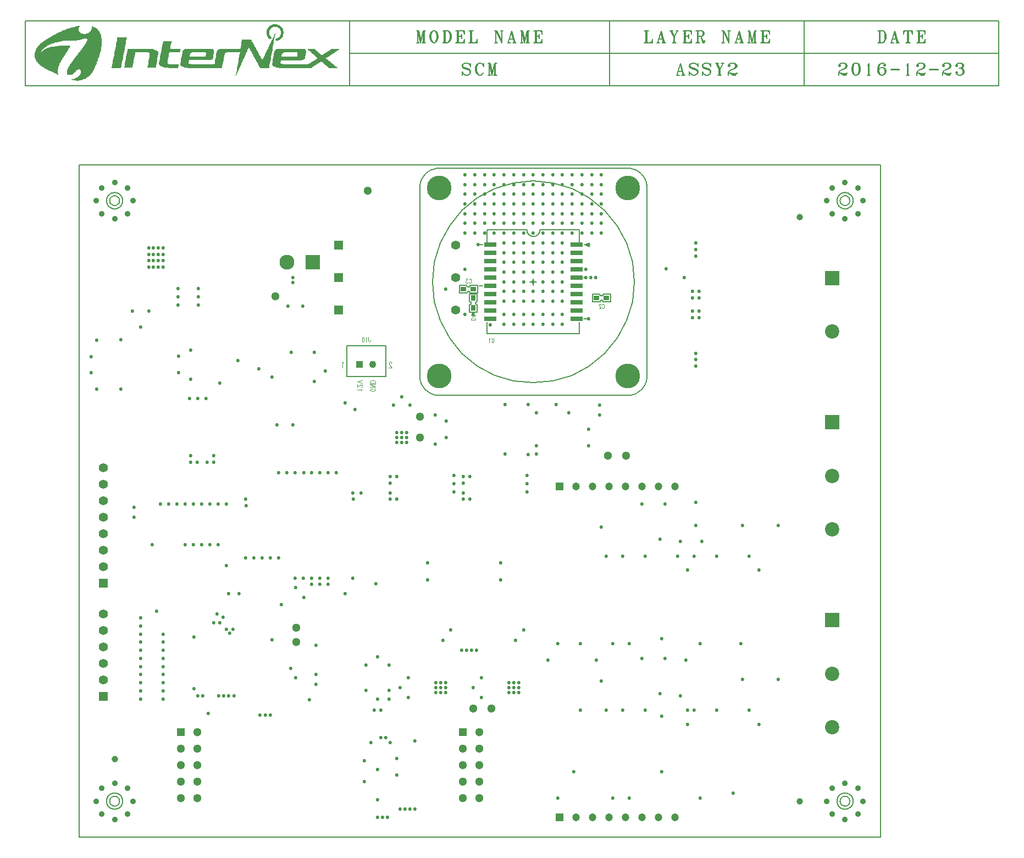
<source format=gbr>
%MOMM*%
%FSLAX33Y33*%
%ADD10C,0.203200*%
%ADD11C,0.120000*%
%ADD125C,0.200000*%
%ADD126C,0.152400*%
%ADD133C,1.400000*%
%ADD134R,1.400000X1.400000*%
%ADD156R,1.200000X1.200000*%
%ADD163R,1.300000X1.300000*%
%ADD171C,2.300000*%
%ADD172R,2.300000X2.300000*%
%ADD179C,0.530000*%
%ADD180C,0.900000*%
%ADD181R,1.100000X1.100000*%
%ADD182C,1.100000*%
%ADD183C,3.800000*%
%ADD184C,2.200000*%
%ADD185R,2.200000X2.200000*%
%ADD187R,0.800000X0.900000*%
%ADD189R,0.900000X0.800000*%
%ADD217R,1.950000X0.635000*%
%ADD225C,1.000000*%
%ADD226C,1.200000*%
%ADD227C,1.300000*%
G90*G71*G01*D02*G54D10*X0Y0D02*X123500Y0D01*X123500Y103500D01*
X0Y103500D01*X0Y0D01*X62200Y91215D02*X61400Y91215D01*
X62200Y84865D02*X61700Y84865D01*X78300Y86135D02*X77800Y86135D01*
X78600Y79785D02*X77800Y79785D01*X71000Y93500D02*X70995Y93402D01*
X70981Y93305D01*X70957Y93210D01*X70924Y93117D01*X70882Y93029D01*
X70831Y92944D01*X70773Y92866D01*X70707Y92793D01*X70634Y92727D01*
X70556Y92669D01*X70471Y92618D01*X70383Y92576D01*X70290Y92543D01*
X70195Y92519D01*X70098Y92505D01*X70000Y92500D01*X69902Y92505D01*
X69805Y92519D01*X69710Y92543D01*X69617Y92576D01*X69529Y92618D01*
X69444Y92669D01*X69366Y92727D01*X69293Y92793D01*X69227Y92866D01*
X69169Y92944D01*X69118Y93029D01*X69076Y93117D01*X69043Y93210D01*
X69019Y93305D01*X69005Y93402D01*X69000Y93500D01*X62900Y91700D02*
X62900Y93500D01*X69000Y93500D01*X71000Y93500D02*X77100Y93500D01*
X77100Y91700D01*X77100Y79300D02*X77100Y77500D01*X62900Y77500D01*
X62900Y79300D01*X69500Y85500D02*X70500Y85500D01*X70000Y86000D02*
X70000Y85000D01*X4250Y5500D02*X4274Y5256D01*X4345Y5022D01*
X4461Y4806D01*X4616Y4616D01*X4806Y4461D01*X5022Y4345D01*
X5256Y4274D01*X5500Y4250D01*X5744Y4274D01*X5978Y4345D01*
X6194Y4461D01*X6384Y4616D01*X6539Y4806D01*X6655Y5022D01*
X6726Y5256D01*X6750Y5500D01*X6726Y5744D01*X6655Y5978D01*
X6539Y6194D01*X6384Y6384D01*X6194Y6539D01*X5978Y6655D01*
X5744Y6726D01*X5500Y6750D01*X5256Y6726D01*X5022Y6655D01*
X4806Y6539D01*X4616Y6384D01*X4461Y6194D01*X4345Y5978D01*
X4274Y5744D01*X4250Y5500D01*X4750Y5500D02*X4764Y5354D01*
X4807Y5213D01*X4876Y5083D01*X4970Y4970D01*X5083Y4876D01*
X5213Y4807D01*X5354Y4764D01*X5500Y4750D01*X5646Y4764D01*
X5787Y4807D01*X5917Y4876D01*X6030Y4970D01*X6124Y5083D01*
X6193Y5213D01*X6236Y5354D01*X6250Y5500D01*X6236Y5646D01*
X6193Y5787D01*X6124Y5917D01*X6030Y6030D01*X5917Y6124D01*
X5787Y6193D01*X5646Y6236D01*X5500Y6250D01*X5354Y6236D01*
X5213Y6193D01*X5083Y6124D01*X4970Y6030D01*X4876Y5917D01*
X4807Y5787D01*X4764Y5646D01*X4750Y5500D01*X116750Y5500D02*
X116774Y5256D01*X116845Y5022D01*X116961Y4806D01*X117116Y4616D01*
X117306Y4461D01*X117522Y4345D01*X117756Y4274D01*X118000Y4250D01*
X118244Y4274D01*X118478Y4345D01*X118694Y4461D01*X118884Y4616D01*
X119039Y4806D01*X119155Y5022D01*X119226Y5256D01*X119250Y5500D01*
X119226Y5744D01*X119155Y5978D01*X119039Y6194D01*X118884Y6384D01*
X118694Y6539D01*X118478Y6655D01*X118244Y6726D01*X118000Y6750D01*
X117756Y6726D01*X117522Y6655D01*X117306Y6539D01*X117116Y6384D01*
X116961Y6194D01*X116845Y5978D01*X116774Y5744D01*X116750Y5500D01*
X117250Y5500D02*X117264Y5354D01*X117307Y5213D01*X117376Y5083D01*
X117470Y4970D01*X117583Y4876D01*X117713Y4807D01*X117854Y4764D01*
X118000Y4750D01*X118146Y4764D01*X118287Y4807D01*X118417Y4876D01*
X118530Y4970D01*X118624Y5083D01*X118693Y5213D01*X118736Y5354D01*
X118750Y5500D01*X118736Y5646D01*X118693Y5787D01*X118624Y5917D01*
X118530Y6030D01*X118417Y6124D01*X118287Y6193D01*X118146Y6236D01*
X118000Y6250D01*X117854Y6236D01*X117713Y6193D01*X117583Y6124D01*
X117470Y6030D01*X117376Y5917D01*X117307Y5787D01*X117264Y5646D01*
X117250Y5500D01*X4250Y98000D02*X4274Y97756D01*X4345Y97522D01*
X4461Y97306D01*X4616Y97116D01*X4806Y96961D01*X5022Y96845D01*
X5256Y96774D01*X5500Y96750D01*X5744Y96774D01*X5978Y96845D01*
X6194Y96961D01*X6384Y97116D01*X6539Y97306D01*X6655Y97522D01*
X6726Y97756D01*X6750Y98000D01*X6726Y98244D01*X6655Y98478D01*
X6539Y98694D01*X6384Y98884D01*X6194Y99039D01*X5978Y99155D01*
X5744Y99226D01*X5500Y99250D01*X5256Y99226D01*X5022Y99155D01*
X4806Y99039D01*X4616Y98884D01*X4461Y98694D01*X4345Y98478D01*
X4274Y98244D01*X4250Y98000D01*X4750Y98000D02*X4764Y97854D01*
X4807Y97713D01*X4876Y97583D01*X4970Y97470D01*X5083Y97376D01*
X5213Y97307D01*X5354Y97264D01*X5500Y97250D01*X5646Y97264D01*
X5787Y97307D01*X5917Y97376D01*X6030Y97470D01*X6124Y97583D01*
X6193Y97713D01*X6236Y97854D01*X6250Y98000D01*X6236Y98146D01*
X6193Y98287D01*X6124Y98417D01*X6030Y98530D01*X5917Y98624D01*
X5787Y98693D01*X5646Y98736D01*X5500Y98750D01*X5354Y98736D01*
X5213Y98693D01*X5083Y98624D01*X4970Y98530D01*X4876Y98417D01*
X4807Y98287D01*X4764Y98146D01*X4750Y98000D01*X116750Y98000D02*
X116774Y97756D01*X116845Y97522D01*X116961Y97306D01*X117116Y97116D01*
X117306Y96961D01*X117522Y96845D01*X117756Y96774D01*X118000Y96750D01*
X118244Y96774D01*X118478Y96845D01*X118694Y96961D01*X118884Y97116D01*
X119039Y97306D01*X119155Y97522D01*X119226Y97756D01*X119250Y98000D01*
X119226Y98244D01*X119155Y98478D01*X119039Y98694D01*X118884Y98884D01*
X118694Y99039D01*X118478Y99155D01*X118244Y99226D01*X118000Y99250D01*
X117756Y99226D01*X117522Y99155D01*X117306Y99039D01*X117116Y98884D01*
X116961Y98694D01*X116845Y98478D01*X116774Y98244D01*X116750Y98000D01*
X117250Y98000D02*X117264Y97854D01*X117307Y97713D01*X117376Y97583D01*
X117470Y97470D01*X117583Y97376D01*X117713Y97307D01*X117854Y97264D01*
X118000Y97250D01*X118146Y97264D01*X118287Y97307D01*X118417Y97376D01*
X118530Y97470D01*X118624Y97583D01*X118693Y97713D01*X118736Y97854D01*
X118750Y98000D01*X118736Y98146D01*X118693Y98287D01*X118624Y98417D01*
X118530Y98530D01*X118417Y98624D01*X118287Y98693D01*X118146Y98736D01*
X118000Y98750D01*X117854Y98736D01*X117713Y98693D01*X117583Y98624D01*
X117470Y98530D01*X117376Y98417D01*X117307Y98287D01*X117264Y98146D01*
X117250Y98000D01*D02*G54D11*X45456Y69068D02*X45529Y69039D01*
X45602Y68981D01*X45650Y68927D01*X45650Y68814D01*X45602Y68760D01*
X45529Y68706D01*X45456Y68677D01*X45347Y68652D01*X45153Y68652D01*
X45044Y68677D01*X44959Y68706D01*X44886Y68760D01*X44850Y68814D01*
X44850Y68927D01*X44886Y68981D01*X44959Y69039D01*X45044Y69068D01*
X45153Y69068D01*X45153Y68927D01*X44850Y69292D02*X45650Y69292D01*
X44850Y69708D01*X45650Y69708D01*X45650Y69932D02*X45650Y70140D01*
X45602Y70227D01*X45529Y70286D01*X45456Y70315D01*X45347Y70348D01*
X45153Y70348D01*X45044Y70315D01*X44959Y70286D01*X44886Y70227D01*
X44850Y70140D01*X44850Y69932D01*X45650Y69932D01*X43492Y68814D02*
X43529Y68848D01*X43638Y68897D01*X42850Y68897D01*X43456Y69321D02*
X43492Y69321D01*X43565Y69350D01*X43602Y69379D01*X43650Y69438D01*
X43650Y69558D01*X43602Y69616D01*X43565Y69646D01*X43492Y69675D01*
X43420Y69675D01*X43347Y69646D01*X43226Y69587D01*X42850Y69292D01*
X42850Y69708D01*X43650Y69932D02*X42850Y70136D01*X43650Y70348D01*
X48151Y72982D02*X48151Y73023D01*X48118Y73105D01*X48086Y73145D01*
X48020Y73200D01*X47884Y73200D01*X47819Y73145D01*X47786Y73105D01*
X47753Y73023D01*X47753Y72941D01*X47786Y72859D01*X47852Y72723D01*
X48184Y72300D01*X47716Y72300D01*X44584Y76975D02*X44584Y76445D01*
X44616Y76339D01*X44648Y76307D01*X44708Y76275D01*X44775Y76275D01*
X44836Y76307D01*X44867Y76339D01*X44899Y76445D01*X44899Y76508D01*
X44285Y76837D02*X44260Y76869D01*X44221Y76964D01*X44221Y76275D01*
X43782Y76964D02*X43852Y76933D01*X43897Y76837D01*X43919Y76667D01*
X43919Y76572D01*X43897Y76402D01*X43852Y76307D01*X43782Y76275D01*
X43738Y76275D01*X43671Y76307D01*X43626Y76402D01*X43601Y76572D01*
X43601Y76667D01*X43626Y76837D01*X43671Y76933D01*X43738Y76964D01*
X43782Y76964D01*X40701Y73023D02*X40664Y73064D01*X40608Y73186D01*
X40608Y72300D01*X63904Y76850D02*X63904Y76352D01*X63882Y76245D01*
X63837Y76182D01*X63767Y76150D01*X63723Y76150D01*X63656Y76182D01*
X63611Y76245D01*X63586Y76352D01*X63586Y76850D01*X63290Y76712D02*
X63265Y76744D01*X63226Y76839D01*X63226Y76150D01*X60930Y79914D02*
X60994Y79892D01*X61058Y79847D01*X61100Y79806D01*X61100Y79720D01*
X61058Y79679D01*X60994Y79637D01*X60930Y79615D01*X60835Y79596D01*
X60665Y79596D01*X60570Y79615D01*X60495Y79637D01*X60432Y79679D01*
X60400Y79720D01*X60400Y79806D01*X60432Y79847D01*X60495Y79892D01*
X60570Y79914D01*X61089Y80296D02*X60400Y80296D01*X61089Y80296D02*
X60633Y80086D01*X60633Y80404D01*X80586Y81930D02*X80608Y81994D01*
X80653Y82058D01*X80694Y82100D01*X80780Y82100D01*X80821Y82058D01*
X80863Y81994D01*X80885Y81930D01*X80904Y81835D01*X80904Y81665D01*
X80885Y81570D01*X80863Y81495D01*X80821Y81432D01*X80780Y81400D01*
X80694Y81400D01*X80653Y81432D01*X80608Y81495D01*X80586Y81570D01*
X80392Y81930D02*X80392Y81962D01*X80370Y82026D01*X80347Y82058D01*
X80303Y82100D01*X80210Y82100D01*X80166Y82058D01*X80144Y82026D01*
X80121Y81962D01*X80121Y81898D01*X80144Y81835D01*X80188Y81729D01*
X80414Y81400D01*X80096Y81400D01*X60086Y85805D02*X60108Y85869D01*
X60153Y85933D01*X60194Y85975D01*X60280Y85975D01*X60321Y85933D01*
X60363Y85869D01*X60385Y85805D01*X60404Y85710D01*X60404Y85540D01*
X60385Y85445D01*X60363Y85370D01*X60321Y85307D01*X60280Y85275D01*
X60194Y85275D01*X60153Y85307D01*X60108Y85370D01*X60086Y85445D01*
X59870Y85964D02*X59621Y85964D01*X59758Y85699D01*X59688Y85699D01*
X59644Y85667D01*X59621Y85636D01*X59596Y85540D01*X59596Y85466D01*
X59621Y85370D01*X59666Y85307D01*X59733Y85275D01*X59803Y85275D01*
X59870Y85307D01*X59892Y85339D01*X59914Y85402D01*D02*G54D125*
X47250Y75700D02*X41250Y75700D01*X41250Y70950D01*X47250Y70950D01*
X47250Y75700D01*X87500Y71000D02*X87496Y70853D01*X87486Y70706D01*
X87468Y70560D01*X87442Y70415D01*X87410Y70271D01*X87371Y70129D01*
X87325Y69989D01*X87272Y69852D01*X87212Y69717D01*X87146Y69586D01*
X87073Y69458D01*X86994Y69333D01*X86910Y69213D01*X86819Y69097D01*
X86723Y68985D01*X86621Y68879D01*X86515Y68777D01*X86403Y68681D01*
X86287Y68590D01*X86167Y68506D01*X86042Y68427D01*X85914Y68354D01*
X85783Y68288D01*X85648Y68228D01*X85511Y68175D01*X85371Y68129D01*
X85229Y68090D01*X85085Y68058D01*X84940Y68032D01*X84794Y68014D01*
X84647Y68004D01*X84500Y68000D01*X55500Y68000D02*X55353Y68004D01*
X55206Y68014D01*X55060Y68032D01*X54915Y68058D01*X54771Y68090D01*
X54629Y68129D01*X54489Y68175D01*X54352Y68228D01*X54217Y68288D01*
X54086Y68354D01*X53958Y68427D01*X53833Y68506D01*X53713Y68590D01*
X53597Y68681D01*X53485Y68777D01*X53379Y68879D01*X53277Y68985D01*
X53181Y69097D01*X53090Y69213D01*X53006Y69333D01*X52927Y69458D01*
X52854Y69586D01*X52788Y69717D01*X52728Y69852D01*X52675Y69989D01*
X52629Y70129D01*X52590Y70271D01*X52558Y70415D01*X52532Y70560D01*
X52514Y70706D01*X52504Y70853D01*X52500Y71000D01*X52500Y100000D02*
X52504Y100147D01*X52514Y100294D01*X52532Y100440D01*X52558Y100585D01*
X52590Y100729D01*X52629Y100871D01*X52675Y101011D01*X52728Y101148D01*
X52788Y101283D01*X52854Y101414D01*X52927Y101542D01*X53006Y101667D01*
X53090Y101787D01*X53181Y101903D01*X53277Y102015D01*X53379Y102121D01*
X53485Y102223D01*X53597Y102319D01*X53713Y102410D01*X53833Y102494D01*
X53958Y102573D01*X54086Y102646D01*X54217Y102712D01*X54352Y102772D01*
X54489Y102825D01*X54629Y102871D01*X54771Y102910D01*X54915Y102942D01*
X55060Y102968D01*X55206Y102986D01*X55353Y102996D01*X55500Y103000D01*
X84500Y103000D02*X84647Y102996D01*X84794Y102986D01*X84940Y102968D01*
X85085Y102942D01*X85229Y102910D01*X85371Y102871D01*X85511Y102825D01*
X85648Y102772D01*X85783Y102712D01*X85914Y102646D01*X86042Y102573D01*
X86167Y102494D01*X86287Y102410D01*X86403Y102319D01*X86515Y102223D01*
X86621Y102121D01*X86723Y102015D01*X86819Y101903D01*X86910Y101787D01*
X86994Y101667D01*X87073Y101542D01*X87146Y101414D01*X87212Y101283D01*
X87272Y101148D01*X87325Y101011D01*X87371Y100871D01*X87410Y100729D01*
X87442Y100585D01*X87468Y100440D01*X87486Y100294D01*X87496Y100147D01*
X87500Y100000D01*X87500Y100000D02*X87500Y71000D01*X55500Y103000D02*
X84500Y103000D01*X84500Y68000D02*X55500Y68000D01*X52500Y71000D02*
X52500Y100000D01*X54444Y85500D02*X54743Y82465D01*X55628Y79547D01*
X57065Y76857D01*X59000Y74500D01*X61357Y72565D01*X64047Y71128D01*
X66965Y70243D01*X70000Y69944D01*X73035Y70243D01*X75953Y71128D01*
X78643Y72565D01*X81000Y74500D01*X82935Y76857D01*X84372Y79547D01*
X85257Y82465D01*X85556Y85500D01*X85257Y88535D01*X84372Y91453D01*
X82935Y94143D01*X81000Y96500D01*X78643Y98435D01*X75953Y99872D01*
X73035Y100757D01*X70000Y101056D01*X66965Y100757D01*X64047Y99872D01*
X61357Y98435D01*X59000Y96500D01*X57065Y94143D01*X55628Y91453D01*
X54743Y88535D01*X54444Y85500D01*X41700Y125700D02*X-8300Y125700D01*
X-8300Y115700D01*X41700Y115700D01*X41700Y120700D02*X141700Y120700D01*
X81700Y125700D02*X81700Y115700D01*X41700Y125700D02*X141700Y125700D01*
X141700Y115700D02*X41700Y115700D01*X41700Y125700D02*X41700Y115700D01*
X141700Y125700D02*X141700Y115700D01*X111700Y125700D02*X111700Y115700D01*
X117141Y118836D02*X117141Y118745D01*X117232Y118745D01*X117232Y118836D01*
X117141Y118836D01*X117141Y118927D02*X117232Y118927D01*X117323Y118836D01*
X117323Y118745D01*X117232Y118655D01*X117141Y118655D01*X117050Y118745D01*
X117050Y118836D01*X117141Y119018D01*X117232Y119109D01*X117505Y119170D01*
X117882Y119170D01*X118155Y119109D01*X118246Y119018D01*X118350Y118836D01*
X118350Y118655D01*X118246Y118503D01*X117973Y118321D01*X117505Y118139D01*
X117323Y118048D01*X117141Y117867D01*X117050Y117624D01*X117050Y117352D01*
X118155Y119018D02*X118246Y118836D01*X118246Y118655D01*X118155Y118503D01*
X117882Y119170D02*X118064Y119109D01*X118155Y118836D01*X118155Y118655D01*
X118064Y118503D01*X117882Y118321D01*X117505Y118139D01*X117050Y117533D02*
X117141Y117624D01*X117323Y117624D01*X117778Y117533D01*X118155Y117533D01*
X118350Y117624D01*X117323Y117624D02*X117778Y117442D01*X118155Y117442D01*
X118246Y117533D01*X117323Y117624D02*X117778Y117352D01*X118155Y117352D01*
X118246Y117442D01*X118350Y117624D01*X118350Y117776D01*X119596Y119170D02*
X119323Y119109D01*X119141Y118836D01*X119050Y118412D01*X119050Y118139D01*
X119141Y117715D01*X119323Y117442D01*X119596Y117352D01*X119791Y117352D01*
X120064Y117442D01*X120246Y117715D01*X120350Y118139D01*X120350Y118412D01*
X120246Y118836D01*X120064Y119109D01*X119791Y119170D01*X119596Y119170D01*
X119323Y119018D02*X119232Y118836D01*X119141Y118503D01*X119141Y118048D01*
X119232Y117715D01*X119323Y117533D01*X120064Y117533D02*X120155Y117715D01*
X120246Y118048D01*X120246Y118503D01*X120155Y118836D01*X120064Y119018D01*
X119596Y119170D02*X119414Y119109D01*X119323Y118927D01*X119232Y118503D01*
X119232Y118048D01*X119323Y117624D01*X119414Y117442D01*X119596Y117352D01*
X119791Y117352D02*X119973Y117442D01*X120064Y117624D01*X120155Y118048D01*
X120155Y118503D01*X120064Y118927D01*X119973Y119109D01*X119791Y119170D01*
X121635Y119018D02*X121635Y117352D01*X121687Y119018D02*X121687Y117442D01*
X121726Y119170D02*X121726Y117352D01*X121726Y119170D02*X121596Y118927D01*
X121518Y118836D01*X121479Y117352D02*X121895Y117352D01*X121635Y117442D02*
X121557Y117352D01*X121635Y117533D02*X121596Y117352D01*X121726Y117533D02*
X121765Y117352D01*X121726Y117442D02*X121804Y117352D01*X124064Y118927D02*
X124064Y118836D01*X124155Y118836D01*X124155Y118927D01*X124064Y118927D01*
X124155Y119018D02*X124064Y119018D01*X123973Y118927D01*X123973Y118836D01*
X124064Y118745D01*X124155Y118745D01*X124246Y118836D01*X124246Y118927D01*
X124155Y119109D01*X123973Y119170D01*X123700Y119170D01*X123414Y119109D01*
X123232Y118927D01*X123141Y118745D01*X123050Y118412D01*X123050Y117867D01*
X123141Y117624D01*X123323Y117442D01*X123596Y117352D01*X123791Y117352D01*
X124064Y117442D01*X124246Y117624D01*X124350Y117867D01*X124350Y117958D01*
X124246Y118230D01*X124064Y118412D01*X123791Y118503D01*X123596Y118503D01*
X123414Y118412D01*X123323Y118321D01*X123232Y118139D01*X123323Y118927D02*
X123232Y118745D01*X123141Y118412D01*X123141Y117867D01*X123232Y117624D01*
X123323Y117533D01*X124155Y117624D02*X124246Y117776D01*X124246Y118048D01*
X124155Y118230D01*X123700Y119170D02*X123505Y119109D01*X123414Y119018D01*
X123323Y118836D01*X123232Y118503D01*X123232Y117867D01*X123323Y117624D01*
X123414Y117442D01*X123596Y117352D01*X123791Y117352D02*X123973Y117442D01*
X124064Y117533D01*X124155Y117776D01*X124155Y118048D01*X124064Y118321D01*
X123973Y118412D01*X123791Y118503D01*X125050Y118230D02*X126350Y118230D01*
X126350Y118139D01*X125050Y118230D02*X125050Y118139D01*X126350Y118139D01*
X127635Y119018D02*X127635Y117352D01*X127687Y119018D02*X127687Y117442D01*
X127726Y119170D02*X127726Y117352D01*X127726Y119170D02*X127596Y118927D01*
X127518Y118836D01*X127479Y117352D02*X127895Y117352D01*X127635Y117442D02*
X127557Y117352D01*X127635Y117533D02*X127596Y117352D01*X127726Y117533D02*
X127765Y117352D01*X127726Y117442D02*X127804Y117352D01*X129141Y118836D02*
X129141Y118745D01*X129232Y118745D01*X129232Y118836D01*X129141Y118836D01*
X129141Y118927D02*X129232Y118927D01*X129323Y118836D01*X129323Y118745D01*
X129232Y118655D01*X129141Y118655D01*X129050Y118745D01*X129050Y118836D01*
X129141Y119018D01*X129232Y119109D01*X129505Y119170D01*X129882Y119170D01*
X130155Y119109D01*X130246Y119018D01*X130350Y118836D01*X130350Y118655D01*
X130246Y118503D01*X129973Y118321D01*X129505Y118139D01*X129323Y118048D01*
X129141Y117867D01*X129050Y117624D01*X129050Y117352D01*X130155Y119018D02*
X130246Y118836D01*X130246Y118655D01*X130155Y118503D01*X129882Y119170D02*
X130064Y119109D01*X130155Y118836D01*X130155Y118655D01*X130064Y118503D01*
X129882Y118321D01*X129505Y118139D01*X129050Y117533D02*X129141Y117624D01*
X129323Y117624D01*X129778Y117533D01*X130155Y117533D01*X130350Y117624D01*
X129323Y117624D02*X129778Y117442D01*X130155Y117442D01*X130246Y117533D01*
X129323Y117624D02*X129778Y117352D01*X130155Y117352D01*X130246Y117442D01*
X130350Y117624D01*X130350Y117776D01*X131050Y118230D02*X132350Y118230D01*
X132350Y118139D01*X131050Y118230D02*X131050Y118139D01*X132350Y118139D01*
X133141Y118836D02*X133141Y118745D01*X133232Y118745D01*X133232Y118836D01*
X133141Y118836D01*X133141Y118927D02*X133232Y118927D01*X133323Y118836D01*
X133323Y118745D01*X133232Y118655D01*X133141Y118655D01*X133050Y118745D01*
X133050Y118836D01*X133141Y119018D01*X133232Y119109D01*X133505Y119170D01*
X133882Y119170D01*X134155Y119109D01*X134246Y119018D01*X134350Y118836D01*
X134350Y118655D01*X134246Y118503D01*X133973Y118321D01*X133505Y118139D01*
X133323Y118048D01*X133141Y117867D01*X133050Y117624D01*X133050Y117352D01*
X134155Y119018D02*X134246Y118836D01*X134246Y118655D01*X134155Y118503D01*
X133882Y119170D02*X134064Y119109D01*X134155Y118836D01*X134155Y118655D01*
X134064Y118503D01*X133882Y118321D01*X133505Y118139D01*X133050Y117533D02*
X133141Y117624D01*X133323Y117624D01*X133778Y117533D01*X134155Y117533D01*
X134350Y117624D01*X133323Y117624D02*X133778Y117442D01*X134155Y117442D01*
X134246Y117533D01*X133323Y117624D02*X133778Y117352D01*X134155Y117352D01*
X134246Y117442D01*X134350Y117624D01*X134350Y117776D01*X135141Y118836D02*
X135141Y118745D01*X135232Y118745D01*X135232Y118836D01*X135141Y118836D01*
X135141Y118927D02*X135232Y118927D01*X135323Y118836D01*X135323Y118745D01*
X135232Y118655D01*X135141Y118655D01*X135050Y118745D01*X135050Y118836D01*
X135141Y119018D01*X135232Y119109D01*X135505Y119170D01*X135882Y119170D01*
X136155Y119109D01*X136246Y118927D01*X136246Y118655D01*X136155Y118503D01*
X135882Y118412D01*X136064Y119109D02*X136155Y118927D01*X136155Y118655D01*
X136064Y118503D01*X135791Y119170D02*X135973Y119109D01*X136064Y118927D01*
X136064Y118655D01*X135973Y118503D01*X135791Y118412D01*X135596Y118412D02*
X135882Y118412D01*X136064Y118321D01*X136246Y118139D01*X136350Y117958D01*
X136350Y117715D01*X136246Y117533D01*X136155Y117442D01*X135882Y117352D01*
X135505Y117352D01*X135232Y117442D01*X135141Y117533D01*X135050Y117715D01*
X135050Y117776D01*X135141Y117867D01*X135232Y117867D01*X135323Y117776D01*
X135323Y117715D01*X135232Y117624D01*X135141Y117624D01*X136155Y118139D02*
X136246Y117958D01*X136246Y117715D01*X136155Y117533D01*X135791Y118412D02*
X135973Y118321D01*X136064Y118230D01*X136155Y117958D01*X136155Y117715D01*
X136064Y117442D01*X135882Y117352D01*X135141Y117776D02*X135141Y117715D01*
X135232Y117715D01*X135232Y117776D01*X135141Y117776D01*X123271Y124170D02*
X123271Y122352D01*X123349Y124109D02*X123349Y122442D01*X123427Y124170D02*
X123427Y122352D01*X123050Y124170D02*X123804Y124170D01*X124038Y124109D01*
X124194Y123927D01*X124272Y123745D01*X124350Y123503D01*X124350Y123048D01*
X124272Y122776D01*X124194Y122624D01*X124038Y122442D01*X123804Y122352D01*
X123050Y122352D01*X124116Y123927D02*X124194Y123745D01*X124272Y123503D01*
X124272Y123048D01*X124194Y122776D01*X124116Y122624D01*X123804Y124170D02*
X123960Y124109D01*X124116Y123836D01*X124194Y123503D01*X124194Y123048D01*
X124116Y122715D01*X123960Y122442D01*X123804Y122352D01*X123115Y124170D02*
X123271Y124109D01*X123193Y124170D02*X123271Y124018D01*X123505Y124170D02*
X123427Y124018D01*X123583Y124170D02*X123427Y124109D01*X123271Y122442D02*
X123115Y122352D01*X123271Y122533D02*X123193Y122352D01*X123427Y122533D02*
X123505Y122352D01*X123427Y122442D02*X123583Y122352D01*X125700Y124170D02*
X125193Y122442D01*X125622Y123927D02*X126051Y122352D01*X125700Y123927D02*
X126129Y122352D01*X125700Y124170D02*X126194Y122352D01*X125336Y122867D02*
X125986Y122867D01*X125050Y122352D02*X125479Y122352D01*X125843Y122352D02*
X126350Y122352D01*X125193Y122442D02*X125115Y122352D01*X125193Y122442D02*
X125336Y122352D01*X126051Y122442D02*X125908Y122352D01*X126051Y122533D02*
X125986Y122352D01*X126129Y122533D02*X126272Y122352D01*X127050Y124170D02*
X127050Y123655D01*X127609Y124170D02*X127609Y122352D01*X127700Y124109D02*
X127700Y122442D01*X127778Y124170D02*X127778Y122352D01*X128350Y124170D02*
X128350Y123655D01*X127050Y124170D02*X128350Y124170D01*X127375Y122352D02*
X128012Y122352D01*X127128Y124170D02*X127050Y123655D01*X127206Y124170D02*
X127050Y123927D01*X127284Y124170D02*X127050Y124018D01*X127453Y124170D02*
X127050Y124109D01*X127934Y124170D02*X128350Y124109D01*X128103Y124170D02*
X128350Y124018D01*X128181Y124170D02*X128350Y123927D01*X128259Y124170D02*
X128350Y123655D01*X127609Y122442D02*X127453Y122352D01*X127609Y122533D02*
X127531Y122352D01*X127778Y122533D02*X127856Y122352D01*X127778Y122442D02*
X127934Y122352D01*X129284Y124170D02*X129284Y122352D01*X129362Y124109D02*
X129362Y122442D01*X129453Y124170D02*X129453Y122352D01*X129050Y124170D02*
X130350Y124170D01*X130350Y123655D01*X129453Y123321D02*X129934Y123321D01*
X129934Y123655D02*X129934Y122958D01*X129050Y122352D02*X130350Y122352D01*
X130350Y122867D01*X129128Y124170D02*X129284Y124109D01*X129206Y124170D02*
X129284Y124018D01*X129531Y124170D02*X129453Y124018D01*X129609Y124170D02*
X129453Y124109D01*X129934Y124170D02*X130350Y124109D01*X130103Y124170D02*
X130350Y124018D01*X130181Y124170D02*X130350Y123927D01*X130259Y124170D02*
X130350Y123655D01*X129934Y123655D02*X129856Y123321D01*X129934Y122958D01*
X129934Y123503D02*X129778Y123321D01*X129934Y123139D01*X129934Y123412D02*
X129609Y123321D01*X129934Y123230D01*X129284Y122442D02*X129128Y122352D01*
X129284Y122533D02*X129206Y122352D01*X129453Y122533D02*X129531Y122352D01*
X129453Y122442D02*X129609Y122352D01*X129934Y122352D02*X130350Y122442D01*
X130103Y122352D02*X130350Y122533D01*X130181Y122352D02*X130350Y122624D01*
X130259Y122352D02*X130350Y122867D01*X87310Y124170D02*X87310Y122352D01*
X87388Y124109D02*X87388Y122442D01*X87479Y124170D02*X87479Y122352D01*
X87050Y124170D02*X87739Y124170D01*X87050Y122352D02*X88350Y122352D01*
X88350Y122867D01*X87128Y124170D02*X87310Y124109D01*X87219Y124170D02*
X87310Y124018D01*X87570Y124170D02*X87479Y124018D01*X87648Y124170D02*
X87479Y124109D01*X87310Y122442D02*X87128Y122352D01*X87310Y122533D02*
X87219Y122352D01*X87479Y122533D02*X87570Y122352D01*X87479Y122442D02*
X87648Y122352D01*X87908Y122352D02*X88350Y122442D01*X88077Y122352D02*
X88350Y122533D01*X88168Y122352D02*X88350Y122624D01*X88259Y122352D02*
X88350Y122867D01*X89700Y124170D02*X89193Y122442D01*X89622Y123927D02*
X90051Y122352D01*X89700Y123927D02*X90129Y122352D01*X89700Y124170D02*
X90194Y122352D01*X89336Y122867D02*X89986Y122867D01*X89050Y122352D02*
X89479Y122352D01*X89843Y122352D02*X90350Y122352D01*X89193Y122442D02*
X89115Y122352D01*X89193Y122442D02*X89336Y122352D01*X90051Y122442D02*
X89908Y122352D01*X90051Y122533D02*X89986Y122352D01*X90129Y122533D02*
X90272Y122352D01*X91180Y124170D02*X91622Y123230D01*X91622Y122352D01*
X91245Y124170D02*X91687Y123230D01*X91687Y122442D01*X91297Y124170D02*
X91765Y123230D01*X91765Y122352D01*X92142Y124109D02*X91765Y123230D01*
X91050Y124170D02*X91505Y124170D01*X91947Y124170D02*X92350Y124170D01*
X91440Y122352D02*X91947Y122352D01*X91115Y124170D02*X91245Y124109D01*
X91440Y124170D02*X91297Y124109D01*X92025Y124170D02*X92142Y124109D01*
X92272Y124170D02*X92142Y124109D01*X91622Y122442D02*X91505Y122352D01*
X91622Y122533D02*X91557Y122352D01*X91765Y122533D02*X91817Y122352D01*
X91765Y122442D02*X91882Y122352D01*X93284Y124170D02*X93284Y122352D01*
X93362Y124109D02*X93362Y122442D01*X93453Y124170D02*X93453Y122352D01*
X93050Y124170D02*X94350Y124170D01*X94350Y123655D01*X93453Y123321D02*
X93934Y123321D01*X93934Y123655D02*X93934Y122958D01*X93050Y122352D02*
X94350Y122352D01*X94350Y122867D01*X93128Y124170D02*X93284Y124109D01*
X93206Y124170D02*X93284Y124018D01*X93531Y124170D02*X93453Y124018D01*
X93609Y124170D02*X93453Y124109D01*X93934Y124170D02*X94350Y124109D01*
X94103Y124170D02*X94350Y124018D01*X94181Y124170D02*X94350Y123927D01*
X94259Y124170D02*X94350Y123655D01*X93934Y123655D02*X93856Y123321D01*
X93934Y122958D01*X93934Y123503D02*X93778Y123321D01*X93934Y123139D01*
X93934Y123412D02*X93609Y123321D01*X93934Y123230D01*X93284Y122442D02*
X93128Y122352D01*X93284Y122533D02*X93206Y122352D01*X93453Y122533D02*
X93531Y122352D01*X93453Y122442D02*X93609Y122352D01*X93934Y122352D02*
X94350Y122442D01*X94103Y122352D02*X94350Y122533D01*X94181Y122352D02*
X94350Y122624D01*X94259Y122352D02*X94350Y122867D01*X95258Y124170D02*
X95258Y122352D01*X95336Y124109D02*X95336Y122442D01*X95401Y124170D02*
X95401Y122352D01*X95050Y124170D02*X95908Y124170D01*X96129Y124109D01*
X96194Y124018D01*X96272Y123836D01*X96272Y123655D01*X96194Y123503D01*
X96129Y123412D01*X95908Y123321D01*X95401Y123321D01*X96129Y124018D02*
X96194Y123836D01*X96194Y123655D01*X96129Y123503D01*X95908Y124170D02*
X96051Y124109D01*X96129Y123927D01*X96129Y123564D01*X96051Y123412D01*
X95908Y123321D01*X95687Y123321D02*X95843Y123230D01*X95908Y123048D01*
X96051Y122533D01*X96129Y122352D01*X96272Y122352D01*X96350Y122533D01*
X96350Y122715D01*X96051Y122715D02*X96129Y122533D01*X96194Y122442D01*
X96272Y122442D01*X95843Y123230D02*X95908Y123139D01*X96129Y122624D01*
X96194Y122533D01*X96272Y122533D01*X96350Y122624D01*X95050Y122352D02*
X95622Y122352D01*X95115Y124170D02*X95258Y124109D01*X95193Y124170D02*
X95258Y124018D01*X95479Y124170D02*X95401Y124018D01*X95544Y124170D02*
X95401Y124109D01*X95258Y122442D02*X95115Y122352D01*X95258Y122533D02*
X95193Y122352D01*X95401Y122533D02*X95479Y122352D01*X95401Y122442D02*
X95544Y122352D01*X99232Y124170D02*X99232Y122442D01*X99232Y124170D02*
X100142Y122352D01*X99310Y124170D02*X100077Y122624D01*X99362Y124170D02*
X100142Y122624D01*X100142Y124109D02*X100142Y122352D01*X99050Y124170D02*
X99362Y124170D01*X99960Y124170D02*X100350Y124170D01*X99050Y122352D02*
X99427Y122352D01*X99102Y124170D02*X99232Y124109D01*X100025Y124170D02*
X100142Y124109D01*X100285Y124170D02*X100142Y124109D01*X99232Y122442D02*
X99102Y122352D01*X99232Y122442D02*X99362Y122352D01*X101700Y124170D02*
X101193Y122442D01*X101622Y123927D02*X102051Y122352D01*X101700Y123927D02*
X102129Y122352D01*X101700Y124170D02*X102194Y122352D01*X101336Y122867D02*
X101986Y122867D01*X101050Y122352D02*X101479Y122352D01*X101843Y122352D02*
X102350Y122352D01*X101193Y122442D02*X101115Y122352D01*X101193Y122442D02*
X101336Y122352D01*X102051Y122442D02*X101908Y122352D01*X102051Y122533D02*
X101986Y122352D01*X102129Y122533D02*X102272Y122352D01*X103219Y124170D02*
X103219Y122442D01*X103219Y124170D02*X103635Y122352D01*X103284Y124170D02*
X103635Y122624D01*X103336Y124170D02*X103687Y122624D01*X104051Y124170D02*
X103635Y122352D01*X104051Y124170D02*X104051Y122352D01*X104103Y124109D02*
X104103Y122442D01*X104168Y124170D02*X104168Y122352D01*X103050Y124170D02*
X103336Y124170D01*X104051Y124170D02*X104350Y124170D01*X103050Y122352D02*
X103401Y122352D01*X103869Y122352D02*X104350Y122352D01*X103102Y124170D02*
X103219Y124109D01*X104220Y124170D02*X104168Y124018D01*X104285Y124170D02*
X104168Y124109D01*X103219Y122442D02*X103102Y122352D01*X103219Y122442D02*
X103336Y122352D01*X104051Y122442D02*X103934Y122352D01*X104051Y122533D02*
X103986Y122352D01*X104168Y122533D02*X104220Y122352D01*X104168Y122442D02*
X104285Y122352D01*X105284Y124170D02*X105284Y122352D01*X105362Y124109D02*
X105362Y122442D01*X105453Y124170D02*X105453Y122352D01*X105050Y124170D02*
X106350Y124170D01*X106350Y123655D01*X105453Y123321D02*X105934Y123321D01*
X105934Y123655D02*X105934Y122958D01*X105050Y122352D02*X106350Y122352D01*
X106350Y122867D01*X105128Y124170D02*X105284Y124109D01*X105206Y124170D02*
X105284Y124018D01*X105531Y124170D02*X105453Y124018D01*X105609Y124170D02*
X105453Y124109D01*X105934Y124170D02*X106350Y124109D01*X106103Y124170D02*
X106350Y124018D01*X106181Y124170D02*X106350Y123927D01*X106259Y124170D02*
X106350Y123655D01*X105934Y123655D02*X105856Y123321D01*X105934Y122958D01*
X105934Y123503D02*X105778Y123321D01*X105934Y123139D01*X105934Y123412D02*
X105609Y123321D01*X105934Y123230D01*X105284Y122442D02*X105128Y122352D01*
X105284Y122533D02*X105206Y122352D01*X105453Y122533D02*X105531Y122352D01*
X105453Y122442D02*X105609Y122352D01*X105934Y122352D02*X106350Y122442D01*
X106103Y122352D02*X106350Y122533D01*X106181Y122352D02*X106350Y122624D01*
X106259Y122352D02*X106350Y122867D01*X52219Y124170D02*X52219Y122442D01*
X52219Y124170D02*X52635Y122352D01*X52284Y124170D02*X52635Y122624D01*
X52336Y124170D02*X52687Y122624D01*X53051Y124170D02*X52635Y122352D01*
X53051Y124170D02*X53051Y122352D01*X53103Y124109D02*X53103Y122442D01*
X53168Y124170D02*X53168Y122352D01*X52050Y124170D02*X52336Y124170D01*
X53051Y124170D02*X53350Y124170D01*X52050Y122352D02*X52401Y122352D01*
X52869Y122352D02*X53350Y122352D01*X52102Y124170D02*X52219Y124109D01*
X53220Y124170D02*X53168Y124018D01*X53285Y124170D02*X53168Y124109D01*
X52219Y122442D02*X52102Y122352D01*X52219Y122442D02*X52336Y122352D01*
X53051Y122442D02*X52934Y122352D01*X53051Y122533D02*X52986Y122352D01*
X53168Y122533D02*X53220Y122352D01*X53168Y122442D02*X53285Y122352D01*
X54609Y124170D02*X54375Y124109D01*X54206Y123927D01*X54128Y123745D01*
X54050Y123412D01*X54050Y123139D01*X54128Y122776D01*X54206Y122624D01*
X54375Y122442D01*X54609Y122352D01*X54778Y122352D01*X55025Y122442D01*
X55181Y122624D01*X55259Y122776D01*X55350Y123139D01*X55350Y123412D01*
X55259Y123745D01*X55181Y123927D01*X55025Y124109D01*X54778Y124170D01*
X54609Y124170D01*X54284Y123927D02*X54206Y123745D01*X54128Y123503D01*
X54128Y123048D01*X54206Y122776D01*X54284Y122624D01*X55103Y122624D02*
X55181Y122776D01*X55259Y123048D01*X55259Y123503D01*X55181Y123745D01*
X55103Y123927D01*X54609Y124170D02*X54453Y124109D01*X54284Y123836D01*
X54206Y123503D01*X54206Y123048D01*X54284Y122715D01*X54453Y122442D01*
X54609Y122352D01*X54778Y122352D02*X54934Y122442D01*X55103Y122715D01*
X55181Y123048D01*X55181Y123503D01*X55103Y123836D01*X54934Y124109D01*
X54778Y124170D01*X56271Y124170D02*X56271Y122352D01*X56349Y124109D02*
X56349Y122442D01*X56427Y124170D02*X56427Y122352D01*X56050Y124170D02*
X56804Y124170D01*X57038Y124109D01*X57194Y123927D01*X57272Y123745D01*
X57350Y123503D01*X57350Y123048D01*X57272Y122776D01*X57194Y122624D01*
X57038Y122442D01*X56804Y122352D01*X56050Y122352D01*X57116Y123927D02*
X57194Y123745D01*X57272Y123503D01*X57272Y123048D01*X57194Y122776D01*
X57116Y122624D01*X56804Y124170D02*X56960Y124109D01*X57116Y123836D01*
X57194Y123503D01*X57194Y123048D01*X57116Y122715D01*X56960Y122442D01*
X56804Y122352D01*X56115Y124170D02*X56271Y124109D01*X56193Y124170D02*
X56271Y124018D01*X56505Y124170D02*X56427Y124018D01*X56583Y124170D02*
X56427Y124109D01*X56271Y122442D02*X56115Y122352D01*X56271Y122533D02*
X56193Y122352D01*X56427Y122533D02*X56505Y122352D01*X56427Y122442D02*
X56583Y122352D01*X58284Y124170D02*X58284Y122352D01*X58362Y124109D02*
X58362Y122442D01*X58453Y124170D02*X58453Y122352D01*X58050Y124170D02*
X59350Y124170D01*X59350Y123655D01*X58453Y123321D02*X58934Y123321D01*
X58934Y123655D02*X58934Y122958D01*X58050Y122352D02*X59350Y122352D01*
X59350Y122867D01*X58128Y124170D02*X58284Y124109D01*X58206Y124170D02*
X58284Y124018D01*X58531Y124170D02*X58453Y124018D01*X58609Y124170D02*
X58453Y124109D01*X58934Y124170D02*X59350Y124109D01*X59103Y124170D02*
X59350Y124018D01*X59181Y124170D02*X59350Y123927D01*X59259Y124170D02*
X59350Y123655D01*X58934Y123655D02*X58856Y123321D01*X58934Y122958D01*
X58934Y123503D02*X58778Y123321D01*X58934Y123139D01*X58934Y123412D02*
X58609Y123321D01*X58934Y123230D01*X58284Y122442D02*X58128Y122352D01*
X58284Y122533D02*X58206Y122352D01*X58453Y122533D02*X58531Y122352D01*
X58453Y122442D02*X58609Y122352D01*X58934Y122352D02*X59350Y122442D01*
X59103Y122352D02*X59350Y122533D01*X59181Y122352D02*X59350Y122624D01*
X59259Y122352D02*X59350Y122867D01*X60310Y124170D02*X60310Y122352D01*
X60388Y124109D02*X60388Y122442D01*X60479Y124170D02*X60479Y122352D01*
X60050Y124170D02*X60739Y124170D01*X60050Y122352D02*X61350Y122352D01*
X61350Y122867D01*X60128Y124170D02*X60310Y124109D01*X60219Y124170D02*
X60310Y124018D01*X60570Y124170D02*X60479Y124018D01*X60648Y124170D02*
X60479Y124109D01*X60310Y122442D02*X60128Y122352D01*X60310Y122533D02*
X60219Y122352D01*X60479Y122533D02*X60570Y122352D01*X60479Y122442D02*
X60648Y122352D01*X60908Y122352D02*X61350Y122442D01*X61077Y122352D02*
X61350Y122533D01*X61168Y122352D02*X61350Y122624D01*X61259Y122352D02*
X61350Y122867D01*X64232Y124170D02*X64232Y122442D01*X64232Y124170D02*
X65142Y122352D01*X64310Y124170D02*X65077Y122624D01*X64362Y124170D02*
X65142Y122624D01*X65142Y124109D02*X65142Y122352D01*X64050Y124170D02*
X64362Y124170D01*X64960Y124170D02*X65350Y124170D01*X64050Y122352D02*
X64427Y122352D01*X64102Y124170D02*X64232Y124109D01*X65025Y124170D02*
X65142Y124109D01*X65285Y124170D02*X65142Y124109D01*X64232Y122442D02*
X64102Y122352D01*X64232Y122442D02*X64362Y122352D01*X66700Y124170D02*
X66193Y122442D01*X66622Y123927D02*X67051Y122352D01*X66700Y123927D02*
X67129Y122352D01*X66700Y124170D02*X67194Y122352D01*X66336Y122867D02*
X66986Y122867D01*X66050Y122352D02*X66479Y122352D01*X66843Y122352D02*
X67350Y122352D01*X66193Y122442D02*X66115Y122352D01*X66193Y122442D02*
X66336Y122352D01*X67051Y122442D02*X66908Y122352D01*X67051Y122533D02*
X66986Y122352D01*X67129Y122533D02*X67272Y122352D01*X68219Y124170D02*
X68219Y122442D01*X68219Y124170D02*X68635Y122352D01*X68284Y124170D02*
X68635Y122624D01*X68336Y124170D02*X68687Y122624D01*X69051Y124170D02*
X68635Y122352D01*X69051Y124170D02*X69051Y122352D01*X69103Y124109D02*
X69103Y122442D01*X69168Y124170D02*X69168Y122352D01*X68050Y124170D02*
X68336Y124170D01*X69051Y124170D02*X69350Y124170D01*X68050Y122352D02*
X68401Y122352D01*X68869Y122352D02*X69350Y122352D01*X68102Y124170D02*
X68219Y124109D01*X69220Y124170D02*X69168Y124018D01*X69285Y124170D02*
X69168Y124109D01*X68219Y122442D02*X68102Y122352D01*X68219Y122442D02*
X68336Y122352D01*X69051Y122442D02*X68934Y122352D01*X69051Y122533D02*
X68986Y122352D01*X69168Y122533D02*X69220Y122352D01*X69168Y122442D02*
X69285Y122352D01*X70284Y124170D02*X70284Y122352D01*X70362Y124109D02*
X70362Y122442D01*X70453Y124170D02*X70453Y122352D01*X70050Y124170D02*
X71350Y124170D01*X71350Y123655D01*X70453Y123321D02*X70934Y123321D01*
X70934Y123655D02*X70934Y122958D01*X70050Y122352D02*X71350Y122352D01*
X71350Y122867D01*X70128Y124170D02*X70284Y124109D01*X70206Y124170D02*
X70284Y124018D01*X70531Y124170D02*X70453Y124018D01*X70609Y124170D02*
X70453Y124109D01*X70934Y124170D02*X71350Y124109D01*X71103Y124170D02*
X71350Y124018D01*X71181Y124170D02*X71350Y123927D01*X71259Y124170D02*
X71350Y123655D01*X70934Y123655D02*X70856Y123321D01*X70934Y122958D01*
X70934Y123503D02*X70778Y123321D01*X70934Y123139D01*X70934Y123412D02*
X70609Y123321D01*X70934Y123230D01*X70284Y122442D02*X70128Y122352D01*
X70284Y122533D02*X70206Y122352D01*X70453Y122533D02*X70531Y122352D01*
X70453Y122442D02*X70609Y122352D01*X70934Y122352D02*X71350Y122442D01*
X71103Y122352D02*X71350Y122533D01*X71181Y122352D02*X71350Y122624D01*
X71259Y122352D02*X71350Y122867D01*X60246Y118927D02*X60350Y119170D01*
X60350Y118655D01*X60246Y118927D01*X60064Y119109D01*X59778Y119170D01*
X59505Y119170D01*X59232Y119109D01*X59050Y118927D01*X59050Y118655D01*
X59141Y118503D01*X59414Y118321D01*X59973Y118139D01*X60155Y118048D01*
X60246Y117867D01*X60246Y117624D01*X60155Y117442D01*X59141Y118655D02*
X59232Y118503D01*X59414Y118412D01*X59973Y118230D01*X60155Y118139D01*
X60246Y117958D01*X59232Y119109D02*X59141Y118927D01*X59141Y118745D01*
X59232Y118564D01*X59414Y118503D01*X59973Y118321D01*X60246Y118139D01*
X60350Y117958D01*X60350Y117715D01*X60246Y117533D01*X60155Y117442D01*
X59882Y117352D01*X59596Y117352D01*X59323Y117442D01*X59141Y117624D01*
X59050Y117867D01*X59050Y117352D01*X59141Y117624D01*X62259Y118927D02*
X62350Y119170D01*X62350Y118655D01*X62259Y118927D01*X62077Y119109D01*
X61908Y119170D01*X61648Y119170D01*X61388Y119109D01*X61219Y118927D01*
X61128Y118745D01*X61050Y118503D01*X61050Y118048D01*X61128Y117776D01*
X61219Y117624D01*X61388Y117442D01*X61648Y117352D01*X61908Y117352D01*
X62077Y117442D01*X62259Y117624D01*X62350Y117776D01*X61297Y118927D02*
X61219Y118745D01*X61128Y118503D01*X61128Y118048D01*X61219Y117776D01*
X61297Y117624D01*X61648Y119170D02*X61479Y119109D01*X61297Y118836D01*
X61219Y118503D01*X61219Y118048D01*X61297Y117715D01*X61479Y117442D01*
X61648Y117352D01*X63219Y119170D02*X63219Y117442D01*X63219Y119170D02*
X63635Y117352D01*X63284Y119170D02*X63635Y117624D01*X63336Y119170D02*
X63687Y117624D01*X64051Y119170D02*X63635Y117352D01*X64051Y119170D02*
X64051Y117352D01*X64103Y119109D02*X64103Y117442D01*X64168Y119170D02*
X64168Y117352D01*X63050Y119170D02*X63336Y119170D01*X64051Y119170D02*
X64350Y119170D01*X63050Y117352D02*X63401Y117352D01*X63869Y117352D02*
X64350Y117352D01*X63102Y119170D02*X63219Y119109D01*X64220Y119170D02*
X64168Y119018D01*X64285Y119170D02*X64168Y119109D01*X63219Y117442D02*
X63102Y117352D01*X63219Y117442D02*X63336Y117352D01*X64051Y117442D02*
X63934Y117352D01*X64051Y117533D02*X63986Y117352D01*X64168Y117533D02*
X64220Y117352D01*X64168Y117442D02*X64285Y117352D01*X92700Y119170D02*
X92193Y117442D01*X92622Y118927D02*X93051Y117352D01*X92700Y118927D02*
X93129Y117352D01*X92700Y119170D02*X93194Y117352D01*X92336Y117867D02*
X92986Y117867D01*X92050Y117352D02*X92479Y117352D01*X92843Y117352D02*
X93350Y117352D01*X92193Y117442D02*X92115Y117352D01*X92193Y117442D02*
X92336Y117352D01*X93051Y117442D02*X92908Y117352D01*X93051Y117533D02*
X92986Y117352D01*X93129Y117533D02*X93272Y117352D01*X95246Y118927D02*
X95350Y119170D01*X95350Y118655D01*X95246Y118927D01*X95064Y119109D01*
X94778Y119170D01*X94505Y119170D01*X94232Y119109D01*X94050Y118927D01*
X94050Y118655D01*X94141Y118503D01*X94414Y118321D01*X94973Y118139D01*
X95155Y118048D01*X95246Y117867D01*X95246Y117624D01*X95155Y117442D01*
X94141Y118655D02*X94232Y118503D01*X94414Y118412D01*X94973Y118230D01*
X95155Y118139D01*X95246Y117958D01*X94232Y119109D02*X94141Y118927D01*
X94141Y118745D01*X94232Y118564D01*X94414Y118503D01*X94973Y118321D01*
X95246Y118139D01*X95350Y117958D01*X95350Y117715D01*X95246Y117533D01*
X95155Y117442D01*X94882Y117352D01*X94596Y117352D01*X94323Y117442D01*
X94141Y117624D01*X94050Y117867D01*X94050Y117352D01*X94141Y117624D01*
X97246Y118927D02*X97350Y119170D01*X97350Y118655D01*X97246Y118927D01*
X97064Y119109D01*X96778Y119170D01*X96505Y119170D01*X96232Y119109D01*
X96050Y118927D01*X96050Y118655D01*X96141Y118503D01*X96414Y118321D01*
X96973Y118139D01*X97155Y118048D01*X97246Y117867D01*X97246Y117624D01*
X97155Y117442D01*X96141Y118655D02*X96232Y118503D01*X96414Y118412D01*
X96973Y118230D01*X97155Y118139D01*X97246Y117958D01*X96232Y119109D02*
X96141Y118927D01*X96141Y118745D01*X96232Y118564D01*X96414Y118503D01*
X96973Y118321D01*X97246Y118139D01*X97350Y117958D01*X97350Y117715D01*
X97246Y117533D01*X97155Y117442D01*X96882Y117352D01*X96596Y117352D01*
X96323Y117442D01*X96141Y117624D01*X96050Y117867D01*X96050Y117352D01*
X96141Y117624D01*X98180Y119170D02*X98622Y118230D01*X98622Y117352D01*
X98245Y119170D02*X98687Y118230D01*X98687Y117442D01*X98297Y119170D02*
X98765Y118230D01*X98765Y117352D01*X99142Y119109D02*X98765Y118230D01*
X98050Y119170D02*X98505Y119170D01*X98947Y119170D02*X99350Y119170D01*
X98440Y117352D02*X98947Y117352D01*X98115Y119170D02*X98245Y119109D01*
X98440Y119170D02*X98297Y119109D01*X99025Y119170D02*X99142Y119109D01*
X99272Y119170D02*X99142Y119109D01*X98622Y117442D02*X98505Y117352D01*
X98622Y117533D02*X98557Y117352D01*X98765Y117533D02*X98817Y117352D01*
X98765Y117442D02*X98882Y117352D01*X100141Y118836D02*X100141Y118745D01*
X100232Y118745D01*X100232Y118836D01*X100141Y118836D01*X100141Y118927D02*
X100232Y118927D01*X100323Y118836D01*X100323Y118745D01*X100232Y118655D01*
X100141Y118655D01*X100050Y118745D01*X100050Y118836D01*X100141Y119018D01*
X100232Y119109D01*X100505Y119170D01*X100882Y119170D01*X101155Y119109D01*
X101246Y119018D01*X101350Y118836D01*X101350Y118655D01*X101246Y118503D01*
X100973Y118321D01*X100505Y118139D01*X100323Y118048D01*X100141Y117867D01*
X100050Y117624D01*X100050Y117352D01*X101155Y119018D02*X101246Y118836D01*
X101246Y118655D01*X101155Y118503D01*X100882Y119170D02*X101064Y119109D01*
X101155Y118836D01*X101155Y118655D01*X101064Y118503D01*X100882Y118321D01*
X100505Y118139D01*X100050Y117533D02*X100141Y117624D01*X100323Y117624D01*
X100778Y117533D01*X101155Y117533D01*X101350Y117624D01*X100323Y117624D02*
X100778Y117442D01*X101155Y117442D01*X101246Y117533D01*X100323Y117624D02*
X100778Y117352D01*X101155Y117352D01*X101246Y117442D01*X101350Y117624D01*
X101350Y117776D01*X0Y0D02*D02*G54D126*X60150Y82500D02*
X60175Y82499D01*X60199Y82496D01*X60224Y82490D01*X60247Y82482D01*
X60270Y82472D01*X60291Y82460D01*X60311Y82445D01*X60330Y82429D01*
X60347Y82410D01*X60362Y82390D01*X60375Y82369D01*X60386Y82347D01*
X60394Y82323D01*X60400Y82299D01*X60404Y82275D01*X60405Y82250D01*
X60404Y82225D01*X60400Y82201D01*X60394Y82177D01*X60386Y82153D01*
X60375Y82131D01*X60362Y82110D01*X60347Y82090D01*X60330Y82071D01*
X60311Y82055D01*X60291Y82040D01*X60270Y82028D01*X60247Y82018D01*
X60224Y82010D01*X60199Y82004D01*X60175Y82001D01*X60150Y82000D01*
X61350Y83650D02*X60150Y83650D01*X61350Y83650D02*X61350Y82500D01*
X61350Y82000D02*X61350Y80850D01*X61350Y80850D02*X60150Y80850D01*
X60150Y83650D02*X60150Y82500D01*X60150Y82000D02*X60150Y80850D01*
X61350Y82000D02*X61325Y82001D01*X61301Y82004D01*X61276Y82010D01*
X61253Y82018D01*X61230Y82028D01*X61209Y82040D01*X61189Y82055D01*
X61170Y82071D01*X61153Y82090D01*X61138Y82110D01*X61125Y82131D01*
X61114Y82153D01*X61106Y82177D01*X61100Y82201D01*X61096Y82225D01*
X61095Y82250D01*X61096Y82275D01*X61100Y82299D01*X61106Y82323D01*
X61114Y82347D01*X61125Y82369D01*X61138Y82390D01*X61153Y82410D01*
X61170Y82429D01*X61189Y82445D01*X61209Y82460D01*X61230Y82472D01*
X61253Y82482D01*X61276Y82490D01*X61301Y82496D01*X61325Y82499D01*
X61350Y82500D01*X80250Y82400D02*X80251Y82425D01*X80254Y82449D01*
X80260Y82474D01*X80268Y82497D01*X80278Y82520D01*X80290Y82541D01*
X80305Y82561D01*X80321Y82580D01*X80340Y82597D01*X80360Y82612D01*
X80381Y82625D01*X80403Y82636D01*X80427Y82644D01*X80451Y82650D01*
X80475Y82654D01*X80500Y82655D01*X80525Y82654D01*X80549Y82650D01*
X80573Y82644D01*X80597Y82636D01*X80619Y82625D01*X80640Y82612D01*
X80660Y82597D01*X80679Y82580D01*X80695Y82561D01*X80710Y82541D01*
X80722Y82520D01*X80732Y82497D01*X80740Y82474D01*X80746Y82449D01*
X80749Y82425D01*X80750Y82400D01*X79100Y83600D02*X79100Y82400D01*
X79100Y83600D02*X80250Y83600D01*X80750Y83600D02*X81900Y83600D01*
X81900Y83600D02*X81900Y82400D01*X79100Y82400D02*X80250Y82400D01*
X80750Y82400D02*X81900Y82400D01*X80750Y83600D02*X80749Y83575D01*
X80746Y83551D01*X80740Y83526D01*X80732Y83503D01*X80722Y83480D01*
X80710Y83459D01*X80695Y83439D01*X80679Y83420D01*X80660Y83403D01*
X80640Y83388D01*X80619Y83375D01*X80597Y83364D01*X80573Y83356D01*
X80549Y83350D01*X80525Y83346D01*X80500Y83345D01*X80475Y83346D01*
X80451Y83350D01*X80427Y83356D01*X80403Y83364D01*X80381Y83375D01*
X80360Y83388D01*X80340Y83403D01*X80321Y83420D01*X80305Y83439D01*
X80290Y83459D01*X80278Y83480D01*X80268Y83503D01*X80260Y83526D01*
X80254Y83551D01*X80251Y83575D01*X80250Y83600D01*X59750Y83775D02*
X59751Y83800D01*X59754Y83824D01*X59760Y83849D01*X59768Y83872D01*
X59778Y83895D01*X59790Y83916D01*X59805Y83936D01*X59821Y83955D01*
X59840Y83972D01*X59860Y83987D01*X59881Y84000D01*X59903Y84011D01*
X59927Y84019D01*X59951Y84025D01*X59975Y84029D01*X60000Y84030D01*
X60025Y84029D01*X60049Y84025D01*X60073Y84019D01*X60097Y84011D01*
X60119Y84000D01*X60140Y83987D01*X60160Y83972D01*X60179Y83955D01*
X60195Y83936D01*X60210Y83916D01*X60222Y83895D01*X60232Y83872D01*
X60240Y83849D01*X60246Y83824D01*X60249Y83800D01*X60250Y83775D01*
X58600Y84975D02*X58600Y83775D01*X58600Y84975D02*X59750Y84975D01*
X60250Y84975D02*X61400Y84975D01*X61400Y84975D02*X61400Y83775D01*
X58600Y83775D02*X59750Y83775D01*X60250Y83775D02*X61400Y83775D01*
X60250Y84975D02*X60249Y84950D01*X60246Y84926D01*X60240Y84901D01*
X60232Y84878D01*X60222Y84855D01*X60210Y84834D01*X60195Y84814D01*
X60179Y84795D01*X60160Y84778D01*X60140Y84763D01*X60119Y84750D01*
X60097Y84739D01*X60073Y84731D01*X60049Y84725D01*X60025Y84721D01*
X60000Y84720D01*X59975Y84721D01*X59951Y84725D01*X59927Y84731D01*
X59903Y84739D01*X59881Y84750D01*X59860Y84763D01*X59840Y84778D01*
X59821Y84795D01*X59805Y84814D01*X59790Y84834D01*X59778Y84855D01*
X59768Y84878D01*X59760Y84901D01*X59754Y84926D01*X59751Y84950D01*
X59750Y84975D01*D02*G54D133*X3750Y24190D03*X3750Y26730D03*
X3750Y29270D03*X3750Y31810D03*X3750Y34350D03*X3750Y41650D03*
X3750Y44190D03*X3750Y46730D03*X3750Y49270D03*X3750Y51810D03*
X3750Y54350D03*X3750Y56890D03*X58000Y81125D03*X58000Y86125D03*
X58000Y91125D03*D02*G54D134*X3750Y21650D03*X3750Y39110D03*
X40000Y81125D03*X40000Y86125D03*X40000Y91125D03*D02*G54D156*
X74000Y3000D03*X74000Y54000D03*D02*G54D163*X15660Y16160D03*
X59160Y16160D03*D02*G54D171*X32020Y88500D03*D02*G54D172*X35980Y88500D03*
D02*G54D179*X49500Y4250D03*X50250Y4250D03*X47500Y3000D03*
X46750Y3000D03*X46000Y5690D03*X46000Y3000D03*X51000Y4250D03*
X51750Y4250D03*X73750Y6000D03*X82250Y6000D03*X84750Y6000D03*
X95750Y6000D03*X100770Y6750D03*X49000Y9500D03*X49000Y12040D03*
X45980Y10375D03*X44000Y8500D03*X44000Y11750D03*X76230Y10000D03*
X89770Y10000D03*X19900Y19000D03*X29500Y18750D03*X28700Y18750D03*
X27900Y18750D03*X46500Y15250D03*X47250Y15250D03*X45000Y14500D03*
X45500Y19500D03*X46500Y19500D03*X48000Y14500D03*X51750Y14750D03*
X77250Y19500D03*X83750Y19500D03*X81250Y19500D03*X89750Y18625D03*
X87250Y19500D03*X93750Y19500D03*X94750Y19500D03*X98250Y19500D03*
X93750Y17350D03*X103250Y19500D03*X104750Y17350D03*X13000Y25000D03*
X13000Y23750D03*X9500Y23750D03*X9500Y25000D03*X13000Y22500D03*
X13000Y21250D03*X9500Y21250D03*X9500Y22500D03*X23900Y21750D03*
X23100Y21750D03*X21500Y21750D03*X22300Y21750D03*X19100Y21750D03*
X18300Y21750D03*X17750Y22800D03*X33375Y24500D03*X35500Y21125D03*
X36500Y23500D03*X36500Y25000D03*X49500Y23000D03*X47750Y21250D03*
X46000Y21250D03*X47750Y22550D03*X44250Y22550D03*X55000Y22250D03*
X55000Y23000D03*X55000Y23750D03*X55750Y23750D03*X55750Y23000D03*
X55750Y22250D03*X56500Y22250D03*X56500Y23000D03*X56500Y23750D03*
X50750Y21500D03*X50750Y24500D03*X66250Y22250D03*X66250Y23000D03*
X66250Y23750D03*X67000Y23750D03*X67000Y23000D03*X67000Y22250D03*
X60750Y23000D03*X62000Y24500D03*X62000Y21500D03*X67750Y22250D03*
X67750Y23000D03*X67750Y23750D03*X80500Y24000D03*X89500Y22095D03*
X92625Y21750D03*X102250Y24250D03*X107750Y24250D03*X13000Y31250D03*
X13000Y30000D03*X13000Y28750D03*X13000Y27500D03*X13000Y26250D03*
X9500Y26250D03*X9500Y27500D03*X9500Y28750D03*X9500Y30000D03*
X9500Y31250D03*X17750Y30800D03*X29750Y30375D03*X32625Y26000D03*
X36500Y29500D03*X46000Y27750D03*X47750Y26450D03*X44250Y26450D03*
X56050Y30250D03*X59000Y28750D03*X59750Y28750D03*X60500Y28750D03*
X61250Y28750D03*X73750Y29750D03*X67300Y30250D03*X72250Y27250D03*
X82250Y29750D03*X77250Y29750D03*X79750Y27250D03*X90250Y27500D03*
X84750Y29750D03*X89770Y30500D03*X86750Y27500D03*X95750Y29750D03*
X93500Y27250D03*X102000Y29750D03*X12000Y34750D03*X9500Y32500D03*
X9500Y33750D03*X21250Y34375D03*X22250Y33875D03*X21750Y33000D03*
X20750Y33000D03*X23750Y32000D03*X22750Y32000D03*X23250Y31375D03*
X31200Y35750D03*X34625Y36875D03*X57250Y31850D03*X68500Y31850D03*
X23100Y37500D03*X24700Y37500D03*X22715Y41750D03*X33375Y38375D03*
X33345Y39875D03*X34615Y39875D03*X35875Y38875D03*X35885Y39875D03*
X37155Y38875D03*X37155Y39875D03*X38425Y38875D03*X38425Y39875D03*
X41000Y37500D03*X45750Y39000D03*X42235Y39875D03*X53750Y42250D03*
X53750Y39625D03*X65000Y39625D03*X65000Y42250D03*X93750Y41100D03*
X104750Y41100D03*X16365Y45000D03*X11285Y45000D03*X21445Y45000D03*
X20175Y45000D03*X18905Y45000D03*X17635Y45000D03*X30805Y43000D03*
X29535Y43000D03*X28265Y43000D03*X26995Y43000D03*X25725Y43000D03*
X81250Y43250D03*X80500Y47750D03*X83750Y43250D03*X87250Y43250D03*
X89500Y45845D03*X92625Y45500D03*X94750Y43250D03*X92250Y43250D03*
X96000Y45500D03*X95000Y48000D03*X98250Y43250D03*X102250Y48000D03*
X103250Y43250D03*X107750Y48000D03*X8500Y50750D03*X8500Y49250D03*
X16365Y51250D03*X15095Y51250D03*X13825Y51250D03*X12555Y51250D03*
X22715Y51250D03*X21445Y51250D03*X20175Y51250D03*X18905Y51250D03*
X17635Y51250D03*X25750Y51000D03*X25725Y52000D03*X43505Y53000D03*
X42235Y53000D03*X42250Y52000D03*X49000Y52000D03*X48000Y53000D03*
X48000Y52000D03*X57750Y53115D03*X60250Y52000D03*X59250Y53000D03*
X59250Y52000D03*X69000Y53115D03*X90250Y51250D03*X86750Y51250D03*
X95000Y51500D03*X18250Y57750D03*X17250Y58750D03*X17250Y57750D03*
X19750Y57750D03*X20750Y57750D03*X20750Y58750D03*X33345Y56125D03*
X32075Y56125D03*X30805Y56125D03*X39695Y56125D03*X38425Y56125D03*
X37155Y56125D03*X35885Y56125D03*X34625Y56125D03*X49000Y55500D03*
X48000Y54500D03*X48000Y55500D03*X57750Y55655D03*X57750Y54385D03*
X60250Y55500D03*X59250Y54500D03*X59250Y55500D03*X65625Y58940D03*
X69250Y58875D03*X70500Y58940D03*X69000Y54385D03*X69000Y55655D03*
X30500Y63500D03*X33000Y63500D03*X49000Y62250D03*X49750Y62250D03*
X49750Y61500D03*X49000Y61500D03*X49000Y60750D03*X49750Y60750D03*
X56625Y64020D03*X56625Y61500D03*X54875Y60500D03*X54875Y65000D03*
X50500Y61500D03*X50500Y62250D03*X50500Y60750D03*X70500Y60210D03*
X70500Y65290D03*X78500Y62750D03*X80250Y65000D03*X78500Y60210D03*
X75500Y65290D03*X6500Y68940D03*X2750Y69000D03*X17095Y67500D03*
X17250Y70500D03*X21750Y69875D03*X18365Y67500D03*X19635Y67500D03*
X29750Y70845D03*X36250Y70125D03*X41000Y66875D03*X49750Y67750D03*
X48500Y66500D03*X42500Y65800D03*X51000Y66500D03*X65625Y66560D03*
X73500Y66560D03*X69250Y66625D03*X80250Y66500D03*X1875Y74000D03*
X1875Y71500D03*X2750Y76500D03*X6500Y76560D03*X15375Y71480D03*
X15375Y74020D03*X24500Y73375D03*X17250Y75000D03*X27750Y72125D03*
X32750Y74655D03*X38000Y71750D03*X36250Y74625D03*X95000Y72500D03*
X95000Y74500D03*X95000Y73500D03*X8250Y81000D03*X10750Y81000D03*
X9500Y78500D03*X15250Y81960D03*X18375Y81960D03*X32250Y81750D03*
X34500Y81750D03*X59500Y80500D03*X60750Y80500D03*X63375Y78875D03*
X65500Y82500D03*X67000Y82500D03*X65500Y80500D03*X67000Y80500D03*
X67000Y79000D03*X65500Y79000D03*X68500Y82500D03*X70000Y82500D03*
X71500Y82500D03*X73000Y82500D03*X74500Y82500D03*X68500Y80500D03*
X70000Y80500D03*X71500Y80500D03*X73000Y80500D03*X74500Y80500D03*
X74500Y79000D03*X73000Y79000D03*X71500Y79000D03*X70000Y79000D03*
X68500Y79000D03*X78500Y79785D03*X95500Y80000D03*X95500Y81000D03*
X94500Y80000D03*X94500Y81000D03*X10750Y87750D03*X11500Y87750D03*
X12250Y87750D03*X13000Y87750D03*X15250Y83230D03*X15250Y84500D03*
X18375Y83230D03*X18375Y84500D03*X33000Y85375D03*X33000Y86125D03*
X56500Y84375D03*X59500Y87405D03*X65500Y88500D03*X67000Y88500D03*
X67000Y87000D03*X65500Y87000D03*X65500Y85500D03*X67000Y85500D03*
X67000Y84000D03*X65500Y84000D03*X68500Y88500D03*X70000Y88500D03*
X71500Y88500D03*X73000Y88500D03*X74500Y88500D03*X74500Y87000D03*
X73000Y87000D03*X71500Y87000D03*X70000Y87000D03*X68500Y87000D03*
X68500Y85500D03*X70000Y85500D03*X71500Y85500D03*X73000Y85500D03*
X74500Y85500D03*X74500Y84000D03*X73000Y84000D03*X71500Y84000D03*
X70000Y84000D03*X68500Y84000D03*X79625Y86135D03*X78125Y86135D03*
X78875Y86135D03*X78125Y87405D03*X90500Y87500D03*X95500Y83000D03*
X95500Y84000D03*X94500Y83000D03*X94500Y84000D03*X93250Y86125D03*
X10750Y90750D03*X10750Y89750D03*X10750Y88750D03*X11500Y88750D03*
X11500Y89750D03*X11500Y90750D03*X12250Y90750D03*X12250Y89750D03*
X12250Y88750D03*X13000Y90750D03*X13000Y89750D03*X13000Y88750D03*
X61500Y91215D03*X59500Y93000D03*X61000Y93000D03*X62500Y93000D03*
X64000Y93000D03*X65500Y93000D03*X67000Y93000D03*X67000Y91500D03*
X65500Y91500D03*X67000Y90000D03*X65500Y90000D03*X68500Y93000D03*
X70000Y93000D03*X71500Y93000D03*X73000Y93000D03*X74500Y93000D03*
X68500Y91500D03*X70000Y91500D03*X71500Y91500D03*X73000Y91500D03*
X74500Y91500D03*X74500Y90000D03*X73000Y90000D03*X71500Y90000D03*
X70000Y90000D03*X68500Y90000D03*X78500Y91215D03*X80500Y93000D03*
X76000Y93000D03*X77500Y93000D03*X79000Y93000D03*X95000Y89500D03*
X95000Y91500D03*X95000Y90500D03*X59500Y99000D03*X59500Y97500D03*
X59500Y96000D03*X59500Y94500D03*X67000Y99000D03*X65500Y99000D03*
X64000Y99000D03*X62500Y99000D03*X61000Y99000D03*X61000Y97500D03*
X62500Y97500D03*X64000Y97500D03*X65500Y97500D03*X67000Y97500D03*
X65500Y96000D03*X67000Y96000D03*X64000Y96000D03*X62500Y96000D03*
X61000Y96000D03*X61000Y94500D03*X62500Y94500D03*X64000Y94500D03*
X65500Y94500D03*X67000Y94500D03*X74500Y99000D03*X73000Y99000D03*
X71500Y99000D03*X70000Y99000D03*X68500Y99000D03*X68500Y97500D03*
X70000Y97500D03*X71500Y97500D03*X73000Y97500D03*X74500Y97500D03*
X74500Y96000D03*X73000Y96000D03*X71500Y96000D03*X68500Y96000D03*
X70000Y96000D03*X68500Y94500D03*X70000Y94500D03*X71500Y94500D03*
X73000Y94500D03*X74500Y94500D03*X80500Y99000D03*X80500Y94500D03*
X80500Y96000D03*X80500Y97500D03*X79000Y99000D03*X77500Y99000D03*
X76000Y99000D03*X76000Y97500D03*X77500Y97500D03*X79000Y97500D03*
X79000Y96000D03*X77500Y96000D03*X76000Y96000D03*X76000Y94500D03*
X77500Y94500D03*X79000Y94500D03*X59500Y102000D03*X59500Y100500D03*
X61000Y102000D03*X62500Y102000D03*X64000Y102000D03*X65500Y102000D03*
X67000Y102000D03*X61000Y100500D03*X62500Y100500D03*X64000Y100500D03*
X65500Y100500D03*X67000Y100500D03*X68500Y102000D03*X70000Y102000D03*
X71500Y102000D03*X73000Y102000D03*X74500Y102000D03*X68500Y100500D03*
X70000Y100500D03*X71500Y100500D03*X73000Y100500D03*X74500Y100500D03*
X80500Y102000D03*X80500Y100500D03*X76000Y102000D03*X79000Y102000D03*
X77500Y102000D03*X76000Y100500D03*X77500Y100500D03*X79000Y100500D03*D02*
G54D180*X5500Y2700D03*X118000Y2700D03*X8300Y5500D03*X7480Y7480D03*
X5500Y8300D03*X3520Y7480D03*X2700Y5500D03*X3520Y3520D03*
X7480Y3520D03*X116020Y7480D03*X115200Y5500D03*X116020Y3520D03*
X120800Y5500D03*X119980Y7480D03*X118000Y8300D03*X119980Y3520D03*
X8300Y98000D03*X7480Y99980D03*X3520Y99980D03*X2700Y98000D03*
X3520Y96020D03*X5500Y95200D03*X7480Y96020D03*X116020Y99980D03*
X115200Y98000D03*X116020Y96020D03*X120800Y98000D03*X119980Y99980D03*
X118000Y95200D03*X119980Y96020D03*X5500Y100800D03*X118000Y100800D03*D02*
G54D181*X43250Y72750D03*D02*G54D182*X45250Y72750D03*D02*G54D183*
X55500Y71000D03*X84500Y71000D03*X55500Y100000D03*X84500Y100000D03*D02*
G54D184*X116000Y16900D03*X116000Y25150D03*X116000Y47375D03*X116000Y55625D03*
X116000Y77855D03*D02*G54D185*X116000Y33400D03*X116000Y63875D03*
X116000Y86105D03*D02*G54D187*X60750Y83000D03*X60750Y81500D03*D02*G54D189*
X79750Y83000D03*X81250Y83000D03*X59250Y84375D03*X60750Y84375D03*D02*
G54D217*X63375Y79785D03*X63375Y81055D03*X63375Y82325D03*X76625Y82325D03*
X76625Y81055D03*X76625Y79785D03*X63375Y83595D03*X63375Y84865D03*
X63375Y86135D03*X63375Y87405D03*X63375Y88675D03*X76625Y88675D03*
X76625Y87405D03*X76625Y86135D03*X76625Y84865D03*X76625Y83595D03*
X63375Y89945D03*X63375Y91215D03*X76625Y91215D03*X76625Y89945D03*D02*
G54D225*X111000Y95500D03*X111000Y5500D03*X5500Y12000D03*D02*G54D226*
X76540Y3000D03*X79080Y3000D03*X81620Y3000D03*X84160Y3000D03*
X86700Y3000D03*X89240Y3000D03*X91780Y3000D03*X76540Y54000D03*
X79080Y54000D03*X81620Y54000D03*X84160Y54000D03*X86700Y54000D03*
X89240Y54000D03*X91780Y54000D03*D02*G54D227*X15660Y6000D03*
X15660Y8540D03*X18200Y6000D03*X18200Y8540D03*X59160Y6000D03*
X59160Y8540D03*X61700Y6000D03*X61700Y8540D03*X15660Y11080D03*
X15660Y13620D03*X18200Y11080D03*X18200Y13620D03*X59160Y11080D03*
X59160Y13620D03*X61700Y11080D03*X61700Y13620D03*X18200Y16160D03*
X61700Y16160D03*X60750Y19750D03*X63500Y19750D03*X33500Y30000D03*
X33500Y32250D03*X81500Y58750D03*X84250Y58750D03*X52500Y64750D03*
X52500Y61500D03*X30250Y83250D03*X44500Y99500D03*
G36*X78700Y91615D02*X78700Y90815D01*X77700Y91215D01*X78700Y91615D01*G37*
G36*X35171Y121346D02*X35171Y121408D01*X36282Y121408D01*X36282Y121346D01*
X36344Y121346D01*X36344Y121285D01*X36467Y121285D01*X36467Y121223D01*
X36529Y121223D01*X36529Y121161D01*X36591Y121161D01*X36591Y121099D01*
X36652Y121099D01*X36652Y121038D01*X36714Y121038D01*X36714Y120976D01*
X36776Y120976D01*X36776Y120914D01*X36837Y120914D01*X36837Y120853D01*
X36899Y120853D01*X36899Y120791D01*X36961Y120791D01*X36961Y120729D01*
X37084Y120729D01*X37084Y120667D01*X37146Y120667D01*X37146Y120606D01*
X37208Y120606D01*X37208Y120544D01*X37270Y120544D01*X37270Y120482D01*
X37331Y120482D01*X37331Y120421D01*X37455Y120421D01*X37455Y120482D01*
X37578Y120482D01*X37578Y120544D01*X37702Y120544D01*X37702Y120606D01*
X37763Y120606D01*X37763Y120667D01*X37887Y120667D01*X37887Y120729D01*
X37948Y120729D01*X37948Y120791D01*X38072Y120791D01*X38072Y120853D01*
X38195Y120853D01*X38195Y120914D01*X38257Y120914D01*X38257Y120976D01*
X38381Y120976D01*X38381Y121038D01*X38442Y121038D01*X38442Y121099D01*
X38566Y121099D01*X38566Y121161D01*X38627Y121161D01*X38627Y121223D01*
X38751Y121223D01*X38751Y121285D01*X38813Y121285D01*X38813Y121346D01*
X38936Y121346D01*X38936Y121408D01*X40232Y121408D01*X40232Y121346D01*
X40109Y121346D01*X40109Y121285D01*X40047Y121285D01*X40047Y121223D01*
X39924Y121223D01*X39924Y121161D01*X39862Y121161D01*X39862Y121099D01*
X39738Y121099D01*X39738Y121038D01*X39677Y121038D01*X39677Y120976D01*
X39553Y120976D01*X39553Y120914D01*X39492Y120914D01*X39492Y120853D01*
X39368Y120853D01*X39368Y120791D01*X39306Y120791D01*X39306Y120729D01*
X39183Y120729D01*X39183Y120667D01*X39121Y120667D01*X39121Y120606D01*
X38998Y120606D01*X38998Y120544D01*X38936Y120544D01*X38936Y120482D01*
X38813Y120482D01*X38813Y120421D01*X38751Y120421D01*X38751Y120359D01*
X38627Y120359D01*X38627Y120297D01*X38566Y120297D01*X38566Y120235D01*
X38442Y120235D01*X38442Y120174D01*X38381Y120174D01*X38381Y120112D01*
X38257Y120112D01*X38257Y120050D01*X38195Y120050D01*X38195Y119988D01*
X38072Y119988D01*X38072Y119865D01*X36714Y119865D01*X36714Y120050D01*
X36652Y120050D01*X36652Y120112D01*X36529Y120112D01*X36529Y120174D01*
X36467Y120174D01*X36467Y120235D01*X36405Y120235D01*X36405Y120297D01*
X36344Y120297D01*X36344Y120359D01*X36282Y120359D01*X36282Y120421D01*
X36220Y120421D01*X36220Y120482D01*X36159Y120482D01*X36159Y120544D01*
X36097Y120544D01*X36097Y120606D01*X35973Y120606D01*X35973Y120667D01*
X35912Y120667D01*X35912Y120729D01*X35850Y120729D01*X35850Y120791D01*
X35788Y120791D01*X35788Y120853D01*X35726Y120853D01*X35726Y120914D01*
X35665Y120914D01*X35665Y120976D01*X35603Y120976D01*X35603Y121038D01*
X35480Y121038D01*X35480Y121099D01*X35418Y121099D01*X35418Y121161D01*
X35356Y121161D01*X35356Y121223D01*X35294Y121223D01*X35294Y121285D01*
X35233Y121285D01*X35233Y121346D01*X35171Y121346D01*G37*G36*X35356Y119001D02*
X35356Y119063D01*X35480Y119063D01*X35480Y119124D01*X35541Y119124D01*
X35541Y119186D01*X35665Y119186D01*X35665Y119248D01*X35788Y119248D01*
X35788Y119310D01*X35850Y119310D01*X35850Y119371D01*X35973Y119371D01*
X35973Y119433D01*X36035Y119433D01*X36035Y119495D01*X36097Y119495D01*
X36097Y119556D01*X36220Y119556D01*X36220Y119618D01*X36344Y119618D01*
X36344Y119680D01*X36405Y119680D01*X36405Y119742D01*X36529Y119742D01*
X36529Y119803D01*X36591Y119803D01*X36591Y119865D01*X38134Y119865D01*
X38134Y119803D01*X38195Y119803D01*X38195Y119742D01*X38319Y119742D01*
X38319Y119680D01*X38381Y119680D01*X38381Y119618D01*X38442Y119618D01*
X38442Y119556D01*X38504Y119556D01*X38504Y119495D01*X38627Y119495D01*
X38627Y119433D01*X38689Y119433D01*X38689Y119371D01*X38751Y119371D01*
X38751Y119310D01*X38813Y119310D01*X38813Y119248D01*X38936Y119248D01*
X38936Y119186D01*X38998Y119186D01*X38998Y119124D01*X39059Y119124D01*
X39059Y119063D01*X39121Y119063D01*X39121Y119001D01*X39245Y119001D01*
X39245Y118939D01*X39306Y118939D01*X39306Y118877D01*X39368Y118877D01*
X39368Y118816D01*X39430Y118816D01*X39430Y118754D01*X39492Y118754D01*
X39492Y118692D01*X39615Y118692D01*X39615Y118631D01*X39677Y118631D01*
X39677Y118569D01*X39738Y118569D01*X39738Y118507D01*X39800Y118507D01*
X39800Y118445D01*X38504Y118445D01*X38504Y118507D01*X38381Y118507D01*
X38381Y118569D01*X38319Y118569D01*X38319Y118631D01*X38257Y118631D01*
X38257Y118692D01*X38195Y118692D01*X38195Y118754D01*X38134Y118754D01*
X38134Y118816D01*X38072Y118816D01*X38072Y118877D01*X37948Y118877D01*
X37948Y118939D01*X37887Y118939D01*X37887Y119001D01*X37825Y119001D01*
X37825Y119063D01*X37763Y119063D01*X37763Y119124D01*X37702Y119124D01*
X37702Y119186D01*X37640Y119186D01*X37640Y119248D01*X37516Y119248D01*
X37516Y119310D01*X37455Y119310D01*X37455Y119371D01*X37393Y119371D01*
X37393Y119433D01*X37270Y119433D01*X37270Y119371D01*X37146Y119371D01*
X37146Y119310D01*X37084Y119310D01*X37084Y119248D01*X36961Y119248D01*
X36961Y119186D01*X36837Y119186D01*X36837Y119124D01*X36776Y119124D01*
X36776Y119063D01*X36652Y119063D01*X36652Y119001D01*X35356Y119001D01*G37*G36*
X30295Y122704D02*X30357Y122704D01*X30357Y122643D01*X30480Y122643D01*
X30480Y122581D01*X30604Y122581D01*X30604Y122643D01*X30727Y122643D01*
X30727Y122704D01*X30850Y122704D01*X30850Y122766D01*X30974Y122766D01*
X30974Y122828D01*X31036Y122828D01*X31036Y122889D01*X31097Y122889D01*
X31097Y122951D01*X31159Y122951D01*X31159Y123013D01*X31221Y123013D01*
X31221Y123075D01*X31282Y123075D01*X31282Y123198D01*X31344Y123198D01*
X31344Y123260D01*X31406Y123260D01*X31406Y123383D01*X31468Y123383D01*
X31468Y123630D01*X31529Y123630D01*X31529Y124124D01*X31468Y124124D01*
X31468Y124309D01*X31036Y124309D01*X31036Y124186D01*X31097Y124186D01*
X31097Y123568D01*X31036Y123568D01*X31036Y123445D01*X30974Y123445D01*
X30974Y123321D01*X30912Y123321D01*X30912Y123260D01*X30850Y123260D01*
X30850Y123198D01*X30789Y123198D01*X30789Y123136D01*X30665Y123136D01*
X30665Y123075D01*X30542Y123075D01*X30542Y123013D01*X30418Y123013D01*
X30418Y122951D01*X30357Y122951D01*X30357Y122889D01*X30295Y122889D01*
X30295Y122704D01*G37*G36*X28999Y124371D02*X29493Y124371D01*X29493Y124432D01*
X29554Y124432D01*X29554Y124556D01*X29616Y124556D01*X29616Y124618D01*
X29739Y124618D01*X29739Y124679D01*X29863Y124679D01*X29863Y124741D01*
X30110Y124741D01*X30110Y124803D01*X30357Y124803D01*X30357Y124741D01*
X30604Y124741D01*X30604Y124679D01*X30665Y124679D01*X30665Y124618D01*
X30789Y124618D01*X30789Y124556D01*X30850Y124556D01*X30850Y124494D01*
X30912Y124494D01*X30912Y124432D01*X30974Y124432D01*X30974Y124309D01*
X31468Y124309D01*X31468Y124371D01*X31406Y124371D01*X31406Y124494D01*
X31344Y124494D01*X31344Y124618D01*X31282Y124618D01*X31282Y124679D01*
X31221Y124679D01*X31221Y124741D01*X31159Y124741D01*X31159Y124803D01*
X31097Y124803D01*X31097Y124865D01*X31036Y124865D01*X31036Y124926D01*
X30974Y124926D01*X30974Y124988D01*X30850Y124988D01*X30850Y125050D01*
X30727Y125050D01*X30727Y125111D01*X30542Y125111D01*X30542Y125173D01*
X29863Y125173D01*X29863Y125111D01*X29678Y125111D01*X29678Y125050D01*
X29554Y125050D01*X29554Y124988D01*X29493Y124988D01*X29493Y124926D01*
X29369Y124926D01*X29369Y124865D01*X29307Y124865D01*X29307Y124803D01*
X29246Y124803D01*X29246Y124741D01*X29184Y124741D01*X29184Y124618D01*
X29122Y124618D01*X29122Y124556D01*X29060Y124556D01*X29060Y124432D01*
X28999Y124432D01*X28999Y124371D01*G37*G36*X28875Y123754D02*X28937Y123754D01*
X28937Y123507D01*X28999Y123507D01*X28999Y123321D01*X29060Y123321D01*
X29060Y123198D01*X29122Y123198D01*X29122Y123136D01*X29184Y123136D01*
X29184Y123013D01*X29246Y123013D01*X29246Y122951D01*X29369Y122951D01*
X29369Y122889D01*X29616Y122889D01*X29616Y122951D01*X29678Y122951D01*
X29678Y123198D01*X29616Y123198D01*X29616Y123260D01*X29554Y123260D01*
X29554Y123321D01*X29493Y123321D01*X29493Y123383D01*X29431Y123383D01*
X29431Y123507D01*X29369Y123507D01*X29369Y123692D01*X29307Y123692D01*
X29307Y124062D01*X29369Y124062D01*X29369Y124247D01*X29431Y124247D01*
X29431Y124371D01*X28999Y124371D01*X28999Y124309D01*X28937Y124309D01*
X28937Y124000D01*X28875Y124000D01*X28875Y123754D01*G37*G36*X26592Y120791D02*
X26653Y120791D01*X26653Y120667D01*X26715Y120667D01*X26715Y120606D01*
X26777Y120606D01*X26777Y120482D01*X26838Y120482D01*X26838Y120359D01*
X26900Y120359D01*X26900Y120235D01*X26962Y120235D01*X26962Y120112D01*
X27024Y120112D01*X27024Y119988D01*X27085Y119988D01*X27085Y119927D01*
X27147Y119927D01*X27147Y119803D01*X27209Y119803D01*X27209Y119680D01*
X27271Y119680D01*X27271Y119556D01*X27332Y119556D01*X27332Y119433D01*
X27394Y119433D01*X27394Y119310D01*X27456Y119310D01*X27456Y119248D01*
X27517Y119248D01*X27517Y119124D01*X27579Y119124D01*X27579Y119001D01*
X27641Y119001D01*X27641Y118877D01*X27703Y118877D01*X27703Y118754D01*
X27764Y118754D01*X27764Y118692D01*X27826Y118692D01*X27826Y118569D01*
X27888Y118569D01*X27888Y118445D01*X29307Y118445D01*X29307Y118631D01*
X29369Y118631D01*X29369Y119001D01*X29431Y119001D01*X29431Y119310D01*
X29493Y119310D01*X29493Y119680D01*X29554Y119680D01*X29554Y120050D01*
X29616Y120050D01*X29616Y120359D01*X29678Y120359D01*X29678Y120729D01*
X29739Y120729D01*X29739Y121038D01*X29801Y121038D01*X29801Y121408D01*
X29863Y121408D01*X29863Y121778D01*X29925Y121778D01*X29925Y122149D01*
X29986Y122149D01*X29986Y122457D01*X30048Y122457D01*X30048Y122828D01*
X30110Y122828D01*X30110Y123198D01*X30171Y123198D01*X30171Y123507D01*
X30233Y123507D01*X30233Y123754D01*X30171Y123754D01*X30171Y123630D01*
X30110Y123630D01*X30110Y123445D01*X30048Y123445D01*X30048Y123321D01*
X29986Y123321D01*X29986Y123198D01*X29925Y123198D01*X29925Y123075D01*
X29863Y123075D01*X29863Y122951D01*X29801Y122951D01*X29801Y122828D01*
X29739Y122828D01*X29739Y122704D01*X29678Y122704D01*X29678Y122581D01*
X29616Y122581D01*X29616Y122457D01*X29554Y122457D01*X29554Y122334D01*
X29493Y122334D01*X29493Y122210D01*X29431Y122210D01*X29431Y122025D01*
X29369Y122025D01*X29369Y121902D01*X29307Y121902D01*X29307Y121778D01*
X29246Y121778D01*X29246Y121655D01*X29184Y121655D01*X29184Y121532D01*
X29122Y121532D01*X29122Y121408D01*X29060Y121408D01*X29060Y121285D01*
X28999Y121285D01*X28999Y121161D01*X28937Y121161D01*X28937Y121038D01*
X28875Y121038D01*X28875Y120914D01*X28814Y120914D01*X28814Y120791D01*
X28752Y120791D01*X28752Y120606D01*X28690Y120606D01*X28690Y120482D01*
X28628Y120482D01*X28628Y120359D01*X28567Y120359D01*X28567Y120235D01*
X28505Y120235D01*X28505Y120112D01*X28443Y120112D01*X28443Y119988D01*
X28382Y119988D01*X28382Y119865D01*X28320Y119865D01*X28320Y119742D01*
X28196Y119742D01*X28196Y119803D01*X28135Y119803D01*X28135Y119927D01*
X28073Y119927D01*X28073Y120050D01*X28011Y120050D01*X28011Y120174D01*
X27949Y120174D01*X27949Y120297D01*X27888Y120297D01*X27888Y120359D01*
X27826Y120359D01*X27826Y120482D01*X27764Y120482D01*X27764Y120606D01*
X27703Y120606D01*X27703Y120729D01*X27641Y120729D01*X27641Y120853D01*
X26592Y120853D01*X26592Y120791D01*G37*G36*X24863Y121408D02*X24863Y121470D01*
X24925Y121470D01*X24925Y121840D01*X24987Y121840D01*X24987Y122210D01*
X25049Y122210D01*X25049Y122581D01*X25110Y122581D01*X25110Y122828D01*
X26530Y122828D01*X26530Y122766D01*X26592Y122766D01*X26592Y122643D01*
X26653Y122643D01*X26653Y122519D01*X26715Y122519D01*X26715Y122396D01*
X26777Y122396D01*X26777Y122334D01*X26838Y122334D01*X26838Y122210D01*
X26900Y122210D01*X26900Y122087D01*X26962Y122087D01*X26962Y121964D01*
X27024Y121964D01*X27024Y121840D01*X27085Y121840D01*X27085Y121717D01*
X27147Y121717D01*X27147Y121655D01*X27209Y121655D01*X27209Y121532D01*
X27271Y121532D01*X27271Y121408D01*X27332Y121408D01*X27332Y121285D01*
X27394Y121285D01*X27394Y121161D01*X27456Y121161D01*X27456Y121038D01*
X27517Y121038D01*X27517Y120976D01*X27579Y120976D01*X27579Y120853D01*
X26592Y120853D01*X26592Y120914D01*X26530Y120914D01*X26530Y121038D01*
X26468Y121038D01*X26468Y121161D01*X26406Y121161D01*X26406Y121285D01*
X26345Y121285D01*X26345Y121346D01*X26283Y121346D01*X26283Y121470D01*
X26221Y121470D01*X26221Y121593D01*X26160Y121593D01*X26160Y121532D01*
X26098Y121532D01*X26098Y121408D01*X24863Y121408D01*G37*G36*X24123Y117249D02*
X24123Y117311D01*X24184Y117311D01*X24184Y117249D01*X24123Y117249D01*G37*G36*
X20851Y119001D02*X20851Y119124D01*X20913Y119124D01*X20913Y119433D01*
X20975Y119433D01*X20975Y119742D01*X21037Y119742D01*X21037Y120050D01*
X21098Y120050D01*X21098Y120359D01*X21160Y120359D01*X21160Y120667D01*
X21222Y120667D01*X21222Y120976D01*X21284Y120976D01*X21284Y121099D01*
X21345Y121099D01*X21345Y121161D01*X21407Y121161D01*X21407Y121223D01*
X21469Y121223D01*X21469Y121285D01*X21592Y121285D01*X21592Y121346D01*
X21839Y121346D01*X21839Y121408D01*X26036Y121408D01*X26036Y121285D01*
X25974Y121285D01*X25974Y121099D01*X25913Y121099D01*X25913Y120976D01*
X25851Y120976D01*X25851Y120853D01*X25789Y120853D01*X25789Y120729D01*
X25727Y120729D01*X25727Y120544D01*X25666Y120544D01*X25666Y120421D01*
X25604Y120421D01*X25604Y120297D01*X25542Y120297D01*X25542Y120174D01*
X25481Y120174D01*X25481Y119988D01*X25419Y119988D01*X25419Y119865D01*
X25357Y119865D01*X25357Y119742D01*X25295Y119742D01*X25295Y119618D01*
X25234Y119618D01*X25234Y119495D01*X25172Y119495D01*X25172Y119310D01*
X25110Y119310D01*X25110Y119186D01*X25049Y119186D01*X25049Y119063D01*
X24987Y119063D01*X24987Y118939D01*X24925Y118939D01*X24925Y118754D01*
X24863Y118754D01*X24863Y118631D01*X24802Y118631D01*X24802Y118507D01*
X24740Y118507D01*X24740Y118384D01*X24678Y118384D01*X24678Y118199D01*
X24617Y118199D01*X24617Y118075D01*X24555Y118075D01*X24555Y117952D01*
X24493Y117952D01*X24493Y117828D01*X24431Y117828D01*X24431Y117643D01*
X24370Y117643D01*X24370Y117520D01*X24308Y117520D01*X24308Y117396D01*
X24246Y117396D01*X24246Y117273D01*X24184Y117273D01*X24184Y117520D01*
X24246Y117520D01*X24246Y117890D01*X24308Y117890D01*X24308Y118260D01*
X24370Y118260D01*X24370Y118569D01*X24431Y118569D01*X24431Y118939D01*
X24493Y118939D01*X24493Y119310D01*X24555Y119310D01*X24555Y119680D01*
X24617Y119680D01*X24617Y120050D01*X24678Y120050D01*X24678Y120421D01*
X24740Y120421D01*X24740Y120729D01*X24802Y120729D01*X24802Y120853D01*
X22703Y120853D01*X22703Y120791D01*X22580Y120791D01*X22580Y120729D01*
X22518Y120729D01*X22518Y120667D01*X22456Y120667D01*X22456Y120421D01*
X22395Y120421D01*X22395Y120112D01*X22333Y120112D01*X22333Y119803D01*
X22271Y119803D01*X22271Y119495D01*X22209Y119495D01*X22209Y119186D01*
X22148Y119186D01*X22148Y119001D01*X20851Y119001D01*
G37*G36*X15605Y118877D02*
X15605Y119248D01*X15667Y119248D01*X15667Y119618D01*X15729Y119618D01*
X15729Y119680D01*X16963Y119680D01*X16963Y119433D01*X16901Y119433D01*
X16901Y119124D01*X17025Y119124D01*X17025Y119063D01*X17210Y119063D01*
X17210Y119001D01*X22148Y119001D01*X22148Y118877D01*X22086Y118877D01*
X22086Y118507D01*X22024Y118507D01*X22024Y118445D01*X16716Y118445D01*
X16716Y118507D01*X16222Y118507D01*X16222Y118569D01*X16037Y118569D01*
X16037Y118631D01*X15852Y118631D01*X15852Y118692D01*X15790Y118692D01*
X15790Y118754D01*X15729Y118754D01*X15729Y118816D01*X15667Y118816D01*
X15667Y118877D01*X15605Y118877D01*G37*G36*X15729Y119680D02*X15729Y119927D01*
X15790Y119927D01*X15790Y120235D01*X15852Y120235D01*X15852Y120606D01*
X15914Y120606D01*X15914Y120914D01*X15975Y120914D01*X15975Y121099D01*
X16037Y121099D01*X16037Y121161D01*X16099Y121161D01*X16099Y121223D01*
X16161Y121223D01*X16161Y121285D01*X16284Y121285D01*X16284Y121346D01*
X16531Y121346D01*X16531Y121408D01*X20543Y121408D01*X20543Y121346D01*
X20666Y121346D01*X20666Y121285D01*X20728Y121285D01*X20728Y121223D01*
X20790Y121223D01*X20790Y120544D01*X20728Y120544D01*X20728Y120235D01*
X19494Y120235D01*X19494Y120482D01*X19555Y120482D01*X19555Y120791D01*
X19494Y120791D01*X19494Y120853D01*X17395Y120853D01*X17395Y120791D01*
X17272Y120791D01*X17272Y120729D01*X17210Y120729D01*X17210Y120667D01*
X17148Y120667D01*X17148Y120482D01*X17086Y120482D01*X17086Y120297D01*
X17025Y120297D01*X17025Y120235D01*X20728Y120235D01*X20728Y120112D01*
X20666Y120112D01*X20666Y119927D01*X20605Y119927D01*X20605Y119803D01*
X20481Y119803D01*X20481Y119742D01*X20419Y119742D01*X20419Y119680D01*
X15729Y119680D01*G37*G36*X12334Y119001D02*X12334Y119371D01*X12396Y119371D01*
X12396Y119680D01*X12457Y119680D01*X12457Y120050D01*X12519Y120050D01*
X12519Y120359D01*X12581Y120359D01*X12581Y120667D01*X12642Y120667D01*
X12642Y121038D01*X12704Y121038D01*X12704Y121346D01*X12766Y121346D01*
X12766Y121655D01*X12828Y121655D01*X12828Y122025D01*X12889Y122025D01*
X12889Y122334D01*X12951Y122334D01*X12951Y122581D01*X14309Y122581D01*
X14309Y122519D01*X14247Y122519D01*X14247Y122210D01*X14185Y122210D01*
X14185Y121964D01*X14124Y121964D01*X14124Y121655D01*X14062Y121655D01*
X14062Y121408D01*X15667Y121408D01*X15667Y121285D01*X15605Y121285D01*
X15605Y120914D01*X15543Y120914D01*X15543Y120853D01*X13939Y120853D01*
X13939Y120667D01*X13877Y120667D01*X13877Y120421D01*X13815Y120421D01*
X13815Y120112D01*X13753Y120112D01*X13753Y119803D01*X13692Y119803D01*
X13692Y119556D01*X13630Y119556D01*X13630Y119124D01*X13692Y119124D01*
X13692Y119063D01*X13815Y119063D01*X13815Y119001D01*X15358Y119001D01*
X15358Y118631D01*X15296Y118631D01*X15296Y118445D01*X13753Y118445D01*
X13753Y118507D01*X13074Y118507D01*X13074Y118569D01*X12889Y118569D01*
X12889Y118631D01*X12704Y118631D01*X12704Y118692D01*X12642Y118692D01*
X12642Y118754D01*X12519Y118754D01*X12519Y118816D01*X12457Y118816D01*
X12457Y118877D01*X12396Y118877D01*X12396Y119001D01*X12334Y119001D01*G37*G36*
X6964Y118507D02*X6964Y118692D01*X7026Y118692D01*X7026Y119001D01*
X7087Y119001D01*X7087Y119310D01*X7149Y119310D01*X7149Y119680D01*
X7211Y119680D01*X7211Y119927D01*X7273Y119927D01*X7273Y120297D01*
X7334Y120297D01*X7334Y120606D01*X7396Y120606D01*X7396Y120914D01*
X7458Y120914D01*X7458Y121161D01*X7520Y121161D01*X7520Y121408D01*
X11099Y121408D01*X11099Y121346D01*X11470Y121346D01*X11470Y121285D01*
X11655Y121285D01*X11655Y121223D01*X11840Y121223D01*X11840Y121161D01*
X11963Y121161D01*X11963Y121099D01*X12025Y121099D01*X12025Y121038D01*
X12149Y121038D01*X12149Y120914D01*X12210Y120914D01*X12210Y120482D01*
X12149Y120482D01*X12149Y120112D01*X12087Y120112D01*X12087Y119680D01*
X12025Y119680D01*X12025Y119310D01*X11963Y119310D01*X11963Y118939D01*
X11902Y118939D01*X11902Y118507D01*X10544Y118507D01*X10544Y118631D01*
X10606Y118631D01*X10606Y118939D01*X10667Y118939D01*X10667Y119371D01*
X10729Y119371D01*X10729Y119680D01*X10791Y119680D01*X10791Y120050D01*
X10852Y120050D01*X10852Y120359D01*X10914Y120359D01*X10914Y120729D01*
X10852Y120729D01*X10852Y120791D01*X10729Y120791D01*X10729Y120853D01*
X8692Y120853D01*X8692Y120791D01*X8631Y120791D01*X8631Y120421D01*
X8569Y120421D01*X8569Y120112D01*X8507Y120112D01*X8507Y119803D01*
X8445Y119803D01*X8445Y119433D01*X8384Y119433D01*X8384Y119186D01*
X8322Y119186D01*X8322Y118816D01*X8260Y118816D01*X8260Y118507D01*
X6964Y118507D01*G37*G36*X5051Y118445D02*X6470Y118445D01*X6470Y118569D01*
X6532Y118569D01*X6532Y118877D01*X6594Y118877D01*X6594Y119186D01*
X6655Y119186D01*X6655Y119495D01*X6717Y119495D01*X6717Y119803D01*
X6779Y119803D01*X6779Y120174D01*X6841Y120174D01*X6841Y120482D01*
X6902Y120482D01*X6902Y120791D01*X6964Y120791D01*X6964Y121099D01*
X7026Y121099D01*X7026Y121408D01*X7087Y121408D01*X7087Y121717D01*
X7149Y121717D01*X7149Y122087D01*X7211Y122087D01*X7211Y122396D01*
X7273Y122396D01*X7273Y122704D01*X7334Y122704D01*X7334Y123013D01*
X7396Y123013D01*X7396Y123136D01*X5915Y123136D01*X5915Y123136D01*
X5915Y122889D01*X5853Y122889D01*X5853Y122581D01*X5791Y122581D01*
X5791Y122272D01*X5730Y122272D01*X5730Y121902D01*X5668Y121902D01*
X5668Y121593D01*X5606Y121593D01*X5606Y121285D01*X5544Y121285D01*
X5544Y120976D01*X5483Y120976D01*X5483Y120667D01*X5421Y120667D01*
X5421Y120297D01*X5359Y120297D01*X5359Y119988D01*X5298Y119988D01*
X5298Y119680D01*X5236Y119680D01*X5236Y119371D01*X5174Y119371D01*
X5174Y119063D01*X5112Y119063D01*X5112Y118692D01*X5051Y118692D01*
X5051Y118445D01*G37*G36*X-6800Y120027D02*X-6738Y120027D01*
X-6738Y119842D01*X-6677Y119842D01*X-6677Y119718D01*X-6615Y119718D01*
X-6615Y119595D01*X-6553Y119595D01*X-6553Y119471D01*X-6491Y119471D01*
X-6491Y119409D01*X-6430Y119409D01*X-6430Y119286D01*X-6368Y119286D01*
X-6368Y119224D01*X-6306Y119224D01*X-6306Y119163D01*X-6245Y119163D01*
X-6245Y119101D01*X-6183Y119101D01*X-6183Y119039D01*X-6121Y119039D01*
X-6121Y118977D01*X-6059Y118977D01*X-6059Y118916D01*X-5936Y118916D01*
X-5936Y118854D01*X-5874Y118854D01*X-5874Y118792D01*X-5813Y118792D01*
X-5813Y118730D01*X-5689Y118730D01*X-5689Y118669D01*X-5627Y118669D01*
X-5627Y118607D01*X-5504Y118607D01*X-5504Y118545D01*X-5442Y118545D01*
X-5442Y118484D01*X-5319Y118484D01*X-5319Y118422D01*X-5257Y118422D01*
X-5257Y118360D01*X-5133Y118360D01*X-5133Y118298D01*X-5011Y118298D01*
X-5011Y118237D01*X-4886Y118237D01*X-4886Y118175D01*X-4764Y118175D01*
X-4764Y118113D01*X-4640Y118113D01*X-4640Y118051D01*X-4517Y118051D01*
X-4517Y117989D01*X-4394Y117989D01*X-4394Y117928D01*X-4270Y117928D01*
X-4270Y117866D01*X-4146Y117866D01*X-4146Y117805D01*X-3962Y117805D01*
X-3962Y117742D01*X-3899Y117742D01*X-3899Y117681D01*X-3713Y117681D01*
X-3713Y117619D01*X-3590Y117619D01*X-3590Y117558D01*X-3467Y117558D01*
X-3467Y117496D01*X-3344Y117496D01*X-3344Y117434D01*X-3219Y117434D01*
X-3219Y117558D01*X-3281Y117558D01*X-3281Y118239D01*X-3219Y118239D01*
X-3219Y118482D01*X-3159Y118482D01*X-3159Y118670D01*X-3096Y118670D01*
X-3096Y118855D01*X-3035Y118855D01*X-3035Y118977D01*X-2971Y118977D01*
X-2971Y119162D01*X-2910Y119162D01*X-2910Y119286D01*X-2850Y119286D01*
X-2850Y119347D01*X-2786Y119347D01*X-2786Y119472D01*X-2726Y119472D01*
X-2726Y119595D01*X-2664Y119595D01*X-2664Y119718D01*X-2602Y119718D01*
X-2602Y119842D01*X-2539Y119842D01*X-2539Y119904D01*X-2480Y119904D01*
X-2480Y120027D01*X-2420Y120027D01*X-2420Y120089D01*X-2354Y120089D01*
X-2354Y120211D01*X-2294Y120211D01*X-2294Y120274D01*X-2233Y120274D01*
X-2233Y120398D01*X-2170Y120398D01*X-2170Y120459D01*X-2109Y120459D01*
X-2109Y120582D01*X-2049Y120582D01*X-2049Y120705D01*X-1987Y120705D01*
X-1987Y120768D01*X-1923Y120768D01*X-1923Y120890D01*X-1862Y120890D01*
X-1862Y120952D01*X-1799Y120952D01*X-1799Y121075D01*X-1738Y121075D01*
X-1738Y121137D01*X-1676Y121137D01*X-1676Y121260D01*X-1616Y121260D01*
X-1616Y121386D01*X-1554Y121386D01*X-1554Y121446D01*X-1491Y121446D01*
X-1491Y121570D01*X-1431Y121570D01*X-1431Y121694D01*X-1367Y121694D01*
X-1367Y121816D01*X-1306Y121816D01*X-1306Y121879D01*X-3034Y121879D01*
X-3034Y121817D01*X-3097Y121817D01*X-3097Y121878D01*X-3158Y121878D01*
X-3158Y121816D01*X-3651Y121816D01*X-3651Y121756D01*X-4081Y121756D01*
X-4081Y121694D01*X-4330Y121694D01*X-4330Y121633D01*X-4579Y121633D01*
X-4579Y121571D01*X-4762Y121571D01*X-4762Y121507D01*X-4886Y121507D01*
X-4886Y121449D01*X-5074Y121449D01*X-5074Y121383D01*X-5195Y121383D01*
X-5195Y121323D01*X-5320Y121323D01*X-5320Y121261D01*X-5382Y121261D01*
X-5382Y121200D01*X-5504Y121200D01*X-5504Y121138D01*X-5569Y121138D01*
X-5569Y121076D01*X-5627Y121076D01*X-5627Y121016D01*X-5690Y121016D01*
X-5690Y120954D01*X-5749Y120954D01*X-5749Y120891D01*X-5812Y120891D01*
X-5812Y121013D01*X-5749Y121013D01*X-5749Y121075D01*X-5687Y121075D01*
X-5687Y121200D01*X-5628Y121200D01*X-5628Y121261D01*X-5567Y121261D01*
X-5567Y121324D01*X-5505Y121324D01*X-5505Y121386D01*X-5441Y121386D01*
X-5441Y121446D01*X-5380Y121446D01*X-5380Y121509D01*X-5317Y121509D01*
X-5317Y121568D01*X-5195Y121568D01*X-5195Y121630D01*X-5133Y121630D01*
X-5133Y121693D01*X-5073Y121693D01*X-5073Y121753D01*X-4948Y121753D01*
X-4948Y121815D01*X-4885Y121815D01*X-4885Y121878D01*X-4762Y121878D01*
X-4762Y121939D01*X-4640Y121939D01*X-4640Y122002D01*X-4516Y122002D01*
X-4516Y122063D01*X-4329Y122063D01*X-4329Y122126D01*X-4207Y122126D01*
X-4207Y122187D01*X-4022Y122187D01*X-4022Y122250D01*X-3835Y122250D01*
X-3835Y122310D01*X-3650Y122310D01*X-3650Y122372D01*X-3404Y122372D01*
X-3404Y122432D01*X-3157Y122432D01*X-3157Y122494D01*X-2851Y122494D01*
X-2851Y122557D01*X-2479Y122557D01*X-2479Y122618D01*X-1925Y122618D01*
X-1925Y122679D01*X-318Y122679D01*X-318Y122742D01*X173Y122742D01*
X173Y122803D01*X423Y122803D01*X423Y122866D01*X607Y122866D01*
X607Y122928D01*X794Y122928D01*X794Y122989D01*X1162Y122989D01*
X1162Y122927D01*X1224Y122927D01*X1224Y122866D01*X1285Y122866D01*
X1285Y122681D01*X1224Y122681D01*X1224Y122495D01*X1162Y122495D01*
X1162Y122372D01*X1101Y122372D01*X1101Y122248D01*X1038Y122248D01*
X1038Y122187D01*X977Y122187D01*X977Y122064D01*X915Y122064D01*
X915Y122002D01*X853Y122002D01*X853Y121879D01*X791Y121879D01*
X791Y121817D01*X729Y121817D01*X729Y121694D01*X669Y121694D01*
X669Y121631D01*X606Y121631D01*X606Y121508D01*X545Y121508D01*
X545Y121447D01*X483Y121447D01*X483Y121385D01*X422Y121385D01*
X422Y121323D01*X359Y121323D01*X359Y121199D01*X298Y121199D01*
X298Y121139D01*X237Y121139D01*X237Y121077D01*X175Y121077D01*
X175Y120953D01*X113Y120953D01*X113Y120892D01*X50Y120892D01*
X50Y120830D01*X-11Y120830D01*X-11Y120706D01*X-72Y120706D01*
X-72Y120644D01*X-134Y120644D01*X-134Y120583D01*X-196Y120583D01*
X-196Y120521D01*X-257Y120521D01*X-257Y120398D01*X-319Y120398D01*
X-319Y120335D01*X-381Y120335D01*X-381Y120273D01*X-443Y120273D01*
X-443Y120213D01*X-504Y120213D01*X-504Y120088D01*X-566Y120088D01*
X-566Y120027D01*X-628Y120027D01*X-628Y119965D01*X-690Y119965D01*
X-690Y119842D01*X-751Y119842D01*X-751Y119779D01*X-813Y119779D01*
X-813Y119719D01*X-876Y119719D01*X-876Y119594D01*X-937Y119594D01*
X-937Y119532D01*X-998Y119532D01*X-998Y119471D01*X-1060Y119471D01*
X-1060Y119348D01*X-1122Y119348D01*X-1122Y119286D01*X-1184Y119286D01*
X-1184Y119163D01*X-1245Y119163D01*X-1245Y119101D01*X-1307Y119101D01*
X-1307Y118978D01*X-1368Y118978D01*X-1368Y118915D01*X-1431Y118915D01*
X-1431Y118792D01*X-1492Y118792D01*X-1492Y118669D01*X-1553Y118669D01*
X-1553Y118545D01*X-1615Y118545D01*X-1615Y118423D01*X-1676Y118423D01*
X-1676Y118299D01*X-1738Y118299D01*X-1738Y118176D01*X-1800Y118176D01*
X-1800Y117990D01*X-1863Y117990D01*X-1863Y117558D01*X-1800Y117558D01*
X-1800Y117435D01*X-1738Y117435D01*X-1738Y117372D01*X-1184Y117372D01*
X-1184Y117436D01*X-997Y117436D01*X-997Y117498D01*X-875Y117498D01*
X-875Y117556D01*X-813Y117556D01*X-813Y117622D01*X-751Y117622D01*
X-751Y117682D01*X-690Y117682D01*X-690Y117743D01*X-626Y117743D01*
X-626Y117805D01*X-565Y117805D01*X-565Y117865D01*X-503Y117865D01*
X-503Y117989D01*X-443Y117989D01*X-443Y118052D01*X-380Y118052D01*
X-380Y118114D01*X-259Y118114D01*X-259Y118175D01*X-134Y118175D01*
X-134Y118236D01*X113Y118236D01*X113Y118174D01*X236Y118174D01*
X236Y118050D01*X297Y118050D01*X297Y117559D01*X237Y117559D01*
X237Y117434D01*X175Y117434D01*X175Y117372D01*X113Y117372D01*
X113Y117312D01*X50Y117312D01*X50Y117250D01*X-12Y117250D01*
X-12Y117187D01*X-72Y117187D01*X-72Y117125D01*X-136Y117125D01*
X-136Y117064D01*X-258Y117064D01*X-258Y117001D01*X-319Y117001D01*
X-319Y116941D01*X-443Y116941D01*X-443Y116878D01*X-566Y116878D01*
X-566Y116817D01*X-752Y116817D01*X-752Y116755D01*X-935Y116755D01*
X-935Y116694D01*X-1182Y116694D01*X-1182Y116633D01*X-938Y116633D01*
X-938Y116568D01*X-506Y116568D01*X-506Y116509D01*X51Y116509D01*
X51Y116569D01*X484Y116569D01*X484Y116631D01*X667Y116631D01*
X667Y116694D01*X854Y116694D01*X854Y116756D01*X978Y116756D01*
X978Y116817D01*X1101Y116817D01*X1101Y116879D01*X1162Y116879D01*
X1162Y116942D01*X1286Y116942D01*X1286Y117001D01*X1347Y117001D01*
X1347Y117065D01*X1472Y117065D01*X1472Y117124D01*X1531Y117124D01*
X1531Y117187D01*X1595Y117187D01*X1595Y117248D01*X1657Y117248D01*
X1657Y117311D01*X1717Y117311D01*X1717Y117373D01*X1779Y117373D01*
X1779Y117433D01*X1842Y117433D01*X1842Y117495D01*X1903Y117495D01*
X1903Y117620D01*X1965Y117620D01*X1965Y117682D01*X2027Y117682D01*
X2027Y117743D01*X2088Y117743D01*X2088Y117865D01*X2150Y117865D01*
X2150Y117989D01*X2212Y117989D01*X2212Y118113D01*X2273Y118113D01*
X2273Y118175D01*X2334Y118175D01*X2334Y118360D01*X2396Y118360D01*
X2396Y118484D01*X2457Y118484D01*X2457Y118607D01*X2520Y118607D01*
X2520Y118731D01*X2581Y118731D01*X2581Y118916D01*X2644Y118916D01*
X2644Y119041D01*X2705Y119041D01*X2705Y119223D01*X2768Y119223D01*
X2768Y119406D01*X2830Y119406D01*X2830Y119531D01*X2891Y119531D01*
X2891Y119719D01*X2953Y119719D01*X2953Y119904D01*X3013Y119904D01*
X3013Y120025D01*X3074Y120025D01*X3074Y120212D01*X3137Y120212D01*
X3137Y120397D01*X3201Y120397D01*X3201Y120644D01*X3261Y120644D01*
X3261Y120830D01*X3321Y120830D01*X3321Y121077D01*X3385Y121077D01*
X3385Y121384D01*X3447Y121384D01*X3447Y121753D01*X3507Y121753D01*
X3507Y123114D01*X3444Y123114D01*X3444Y123360D01*X3384Y123360D01*
X3384Y123606D01*X3322Y123606D01*X3322Y123728D01*X3261Y123728D01*
X3261Y123914D01*X3201Y123914D01*X3201Y123977D01*X3138Y123977D01*
X3138Y124100D01*X3076Y124100D01*X3076Y124162D01*X3014Y124162D01*
X3014Y124225D01*X2953Y124225D01*X2953Y124348D01*X2891Y124348D01*
X2891Y124410D01*X2827Y124410D01*X2827Y124470D01*X2703Y124470D01*
X2703Y124532D01*X2641Y124532D01*X2641Y124593D01*X2582Y124593D01*
X2582Y124655D01*X2463Y124655D01*X2463Y124718D01*X2337Y124718D01*
X2337Y124778D01*X2152Y124778D01*X2152Y124843D01*X2026Y124843D01*
X2026Y124533D01*X1962Y124533D01*X1962Y124409D01*X1902Y124409D01*
X1902Y124286D01*X1840Y124286D01*X1840Y124160D01*X1780Y124160D01*
X1780Y124102D01*X1717Y124102D01*X1717Y124040D01*X1656Y124040D01*
X1656Y123976D01*X1595Y123976D01*X1595Y123914D01*X1534Y123914D01*
X1534Y123853D01*X1409Y123853D01*X1409Y123791D01*X1285Y123791D01*
X1285Y123731D01*X1039Y123731D01*X1039Y123667D01*X606Y123667D01*
X606Y123730D01*X421Y123730D01*X421Y123790D01*X297Y123790D01*
X297Y123855D01*X237Y123855D01*X237Y123916D01*X174Y123916D01*
X174Y123978D01*X113Y123978D01*X113Y124041D01*X52Y124041D01*
X52Y124163D01*X-9Y124163D01*X-9Y124656D01*X51Y124656D01*
X51Y124779D01*X115Y124779D01*X115Y124903D01*X-258Y124903D01*
X-258Y124841D01*X-566Y124841D01*X-566Y124779D01*X-813Y124779D01*
X-813Y124718D01*X-1060Y124718D01*X-1060Y124656D01*X-1245Y124656D01*
X-1245Y124594D01*X-1492Y124594D01*X-1492Y124532D01*X-1678Y124532D01*
X-1678Y124471D01*X-1862Y124471D01*X-1862Y124409D01*X-1986Y124409D01*
X-1986Y124347D01*X-2171Y124347D01*X-2171Y124286D01*X-2294Y124286D01*
X-2294Y124224D01*X-2480Y124224D01*X-2480Y124162D01*X-2603Y124162D01*
X-2603Y124100D01*X-2726Y124100D01*X-2726Y124039D01*X-2850Y124039D01*
X-2850Y123977D01*X-2974Y123977D01*X-2974Y123915D01*X-3158Y123915D01*
X-3158Y123853D01*X-3282Y123853D01*X-3282Y123792D01*X-3405Y123792D01*
X-3405Y123730D01*X-3467Y123730D01*X-3467Y123668D01*X-3591Y123668D01*
X-3591Y123607D01*X-3714Y123607D01*X-3714Y123545D01*X-3837Y123545D01*
X-3837Y123483D01*X-3961Y123483D01*X-3961Y123422D01*X-4084Y123422D01*
X-4084Y123360D01*X-4146Y123360D01*X-4146Y123298D01*X-4270Y123298D01*
X-4270Y123237D01*X-4393Y123237D01*X-4393Y123175D01*X-4517Y123175D01*
X-4517Y123113D01*X-4578Y123113D01*X-4578Y123051D01*X-4702Y123051D01*
X-4702Y122990D01*X-4825Y122990D01*X-4825Y122928D01*X-4887Y122928D01*
X-4887Y122866D01*X-5010Y122866D01*X-5010Y122804D01*X-5072Y122804D01*
X-5072Y122743D01*X-5195Y122743D01*X-5195Y122681D01*X-5319Y122681D01*
X-5319Y122619D01*X-5381Y122619D01*X-5381Y122558D01*X-5504Y122558D01*
X-5504Y122496D01*X-5565Y122496D01*X-5565Y122434D01*X-5628Y122434D01*
X-5628Y122373D01*X-5751Y122373D01*X-5751Y122311D01*X-5813Y122311D01*
X-5813Y122249D01*X-5874Y122249D01*X-5874Y122188D01*X-5936Y122188D01*
X-5936Y122125D01*X-5998Y122125D01*X-5998Y122064D01*X-6060Y122064D01*
X-6060Y122002D01*X-6121Y122002D01*X-6121Y121941D01*X-6183Y121941D01*
X-6183Y121878D01*X-6245Y121878D01*X-6245Y121817D01*X-6306Y121817D01*
X-6306Y121694D01*X-6368Y121694D01*X-6368Y121632D01*X-6430Y121632D01*
X-6430Y121508D01*X-6492Y121508D01*X-6492Y121446D01*X-6553Y121446D01*
X-6553Y121323D01*X-6615Y121323D01*X-6615Y121200D01*X-6677Y121200D01*
X-6677Y121014D01*X-6738Y121014D01*X-6738Y120768D01*X-6800Y120768D01*
X-6800Y120027D01*G37*G36*X29863Y119618D02*X29863Y119865D01*
X29925Y119865D01*X29925Y120174D01*X29986Y120174D01*X29986Y120482D01*
X30048Y120482D01*X30048Y120791D01*X30110Y120791D01*X30110Y121038D01*
X30171Y121038D01*X30171Y121161D01*X30233Y121161D01*X30233Y121223D01*
X30295Y121223D01*X30295Y121285D01*X30418Y121285D01*X30418Y121346D01*
X30665Y121346D01*X30665Y121408D01*X34677Y121408D01*X34677Y121346D01*
X34801Y121346D01*X34801Y121285D01*X34924Y121285D01*X34924Y121161D01*
X34986Y121161D01*X34986Y120729D01*X34924Y120729D01*X34924Y120297D01*
X34862Y120297D01*X34862Y120235D01*X33628Y120235D01*X33628Y120421D01*
X33690Y120421D01*X33690Y120791D01*X33628Y120791D01*X33628Y120853D01*
X31591Y120853D01*X31591Y120791D01*X31468Y120791D01*X31468Y120729D01*
X31406Y120729D01*X31406Y120667D01*X31344Y120667D01*X31344Y120606D01*
X31282Y120606D01*X31282Y120421D01*X31221Y120421D01*X31221Y120235D01*
X34862Y120235D01*X34862Y120112D01*X34862Y119988D01*X34801Y119988D01*
X34801Y119865D01*X34739Y119865D01*X34739Y119803D01*X34677Y119803D01*
X34677Y119742D01*X34554Y119742D01*X34554Y119680D01*X34307Y119680D01*
X34307Y119618D01*X29863Y119618D01*G37*G36*X29739Y118939D02*X29739Y119186D01*
X29801Y119186D01*X29801Y119556D01*X29863Y119556D01*X29863Y119618D01*
X31097Y119618D01*X31097Y119433D01*X31097Y119310D01*X31036Y119310D01*
X31036Y119186D01*X31097Y119186D01*X31097Y119124D01*X31221Y119124D01*
X31221Y119063D01*X31406Y119063D01*X31406Y119001D01*X36591Y119001D01*
X36591Y118939D01*X36467Y118939D01*X36467Y118877D01*X36405Y118877D01*
X36405Y118816D01*X36282Y118816D01*X36282Y118754D01*X36220Y118754D01*
X36220Y118692D01*X36097Y118692D01*X36097Y118631D01*X36035Y118631D01*
X36035Y118569D01*X35912Y118569D01*X35912Y118507D01*X35850Y118507D01*
X35850Y118445D01*X30789Y118445D01*X30789Y118507D01*X30357Y118507D01*
X30357Y118569D01*X30171Y118569D01*X30171Y118631D01*X29986Y118631D01*
X29986Y118692D01*X29925Y118692D01*X29925Y118754D01*X29863Y118754D01*
X29863Y118816D01*X29801Y118816D01*X29801Y118939D01*X29739Y118939D01*G37*
X0Y0D02*M02*

</source>
